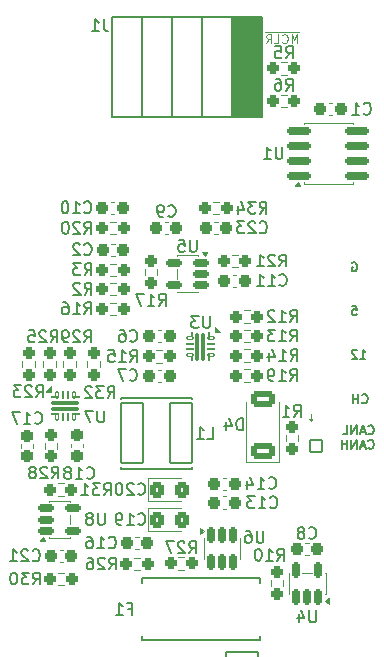
<source format=gbo>
G04 #@! TF.GenerationSoftware,KiCad,Pcbnew,9.0.7*
G04 #@! TF.CreationDate,2026-01-28T01:05:42-05:00*
G04 #@! TF.ProjectId,rocket_power_board,726f636b-6574-45f7-906f-7765725f626f,rev?*
G04 #@! TF.SameCoordinates,Original*
G04 #@! TF.FileFunction,Legend,Bot*
G04 #@! TF.FilePolarity,Positive*
%FSLAX46Y46*%
G04 Gerber Fmt 4.6, Leading zero omitted, Abs format (unit mm)*
G04 Created by KiCad (PCBNEW 9.0.7) date 2026-01-28 01:05:42*
%MOMM*%
%LPD*%
G01*
G04 APERTURE LIST*
G04 Aperture macros list*
%AMRoundRect*
0 Rectangle with rounded corners*
0 $1 Rounding radius*
0 $2 $3 $4 $5 $6 $7 $8 $9 X,Y pos of 4 corners*
0 Add a 4 corners polygon primitive as box body*
4,1,4,$2,$3,$4,$5,$6,$7,$8,$9,$2,$3,0*
0 Add four circle primitives for the rounded corners*
1,1,$1+$1,$2,$3*
1,1,$1+$1,$4,$5*
1,1,$1+$1,$6,$7*
1,1,$1+$1,$8,$9*
0 Add four rect primitives between the rounded corners*
20,1,$1+$1,$2,$3,$4,$5,0*
20,1,$1+$1,$4,$5,$6,$7,0*
20,1,$1+$1,$6,$7,$8,$9,0*
20,1,$1+$1,$8,$9,$2,$3,0*%
G04 Aperture macros list end*
%ADD10C,0.100000*%
%ADD11C,0.152400*%
%ADD12C,0.150000*%
%ADD13C,0.120000*%
%ADD14C,0.127000*%
%ADD15RoundRect,0.102000X1.371600X1.371600X-1.371600X1.371600X-1.371600X-1.371600X1.371600X-1.371600X0*%
%ADD16C,2.947200*%
%ADD17C,0.800000*%
%ADD18C,6.400000*%
%ADD19C,2.550000*%
%ADD20RoundRect,0.102000X0.500000X-0.500000X0.500000X0.500000X-0.500000X0.500000X-0.500000X-0.500000X0*%
%ADD21C,1.204000*%
%ADD22C,2.379000*%
%ADD23RoundRect,0.237500X0.237500X-0.250000X0.237500X0.250000X-0.237500X0.250000X-0.237500X-0.250000X0*%
%ADD24RoundRect,0.150000X-0.512500X-0.150000X0.512500X-0.150000X0.512500X0.150000X-0.512500X0.150000X0*%
%ADD25RoundRect,0.237500X-0.237500X0.250000X-0.237500X-0.250000X0.237500X-0.250000X0.237500X0.250000X0*%
%ADD26RoundRect,0.237500X-0.250000X-0.237500X0.250000X-0.237500X0.250000X0.237500X-0.250000X0.237500X0*%
%ADD27RoundRect,0.150000X0.512500X0.150000X-0.512500X0.150000X-0.512500X-0.150000X0.512500X-0.150000X0*%
%ADD28RoundRect,0.237500X0.250000X0.237500X-0.250000X0.237500X-0.250000X-0.237500X0.250000X-0.237500X0*%
%ADD29RoundRect,0.150000X0.150000X-0.512500X0.150000X0.512500X-0.150000X0.512500X-0.150000X-0.512500X0*%
%ADD30RoundRect,0.050000X-0.100000X0.250000X-0.100000X-0.250000X0.100000X-0.250000X0.100000X0.250000X0*%
%ADD31RoundRect,0.050000X0.275000X-0.075000X0.275000X0.075000X-0.275000X0.075000X-0.275000X-0.075000X0*%
%ADD32RoundRect,0.050000X-0.075000X0.250000X-0.075000X-0.250000X0.075000X-0.250000X0.075000X0.250000X0*%
%ADD33RoundRect,0.075000X-1.125000X0.075000X-1.125000X-0.075000X1.125000X-0.075000X1.125000X0.075000X0*%
%ADD34RoundRect,0.050000X0.100000X-0.250000X0.100000X0.250000X-0.100000X0.250000X-0.100000X-0.250000X0*%
%ADD35RoundRect,0.050000X0.075000X-0.250000X0.075000X0.250000X-0.075000X0.250000X-0.075000X-0.250000X0*%
%ADD36RoundRect,0.237500X0.300000X0.237500X-0.300000X0.237500X-0.300000X-0.237500X0.300000X-0.237500X0*%
%ADD37RoundRect,0.250000X-0.325000X-0.450000X0.325000X-0.450000X0.325000X0.450000X-0.325000X0.450000X0*%
%ADD38RoundRect,0.237500X-0.300000X-0.237500X0.300000X-0.237500X0.300000X0.237500X-0.300000X0.237500X0*%
%ADD39RoundRect,0.150000X-0.825000X-0.150000X0.825000X-0.150000X0.825000X0.150000X-0.825000X0.150000X0*%
%ADD40RoundRect,0.237500X-0.237500X0.300000X-0.237500X-0.300000X0.237500X-0.300000X0.237500X0.300000X0*%
%ADD41RoundRect,0.050000X0.250000X0.100000X-0.250000X0.100000X-0.250000X-0.100000X0.250000X-0.100000X0*%
%ADD42RoundRect,0.050000X-0.075000X-0.275000X0.075000X-0.275000X0.075000X0.275000X-0.075000X0.275000X0*%
%ADD43RoundRect,0.050000X0.250000X0.075000X-0.250000X0.075000X-0.250000X-0.075000X0.250000X-0.075000X0*%
%ADD44RoundRect,0.075000X0.075000X1.125000X-0.075000X1.125000X-0.075000X-1.125000X0.075000X-1.125000X0*%
%ADD45RoundRect,0.050000X-0.250000X-0.100000X0.250000X-0.100000X0.250000X0.100000X-0.250000X0.100000X0*%
%ADD46RoundRect,0.050000X-0.250000X-0.075000X0.250000X-0.075000X0.250000X0.075000X-0.250000X0.075000X0*%
%ADD47R,1.000000X2.000000*%
%ADD48RoundRect,0.250000X0.800000X-0.450000X0.800000X0.450000X-0.800000X0.450000X-0.800000X-0.450000X0*%
%ADD49R,4.241800X3.810000*%
%ADD50RoundRect,0.102000X0.950000X2.550000X-0.950000X2.550000X-0.950000X-2.550000X0.950000X-2.550000X0*%
%ADD51RoundRect,0.150000X-0.150000X0.512500X-0.150000X-0.512500X0.150000X-0.512500X0.150000X0.512500X0*%
G04 APERTURE END LIST*
D10*
X225856800Y-81127600D02*
X225552000Y-81127600D01*
X225704400Y-80695800D02*
X225704400Y-81280000D01*
X225704400Y-81280000D02*
X225552000Y-81127600D01*
X225704400Y-81280000D02*
X225856800Y-81127600D01*
D11*
X229222291Y-67856276D02*
X229294863Y-67819990D01*
X229294863Y-67819990D02*
X229403720Y-67819990D01*
X229403720Y-67819990D02*
X229512577Y-67856276D01*
X229512577Y-67856276D02*
X229585148Y-67928847D01*
X229585148Y-67928847D02*
X229621434Y-68001419D01*
X229621434Y-68001419D02*
X229657720Y-68146562D01*
X229657720Y-68146562D02*
X229657720Y-68255419D01*
X229657720Y-68255419D02*
X229621434Y-68400562D01*
X229621434Y-68400562D02*
X229585148Y-68473133D01*
X229585148Y-68473133D02*
X229512577Y-68545705D01*
X229512577Y-68545705D02*
X229403720Y-68581990D01*
X229403720Y-68581990D02*
X229331148Y-68581990D01*
X229331148Y-68581990D02*
X229222291Y-68545705D01*
X229222291Y-68545705D02*
X229186005Y-68509419D01*
X229186005Y-68509419D02*
X229186005Y-68255419D01*
X229186005Y-68255419D02*
X229331148Y-68255419D01*
X229911719Y-75973390D02*
X230347148Y-75973390D01*
X230129433Y-75973390D02*
X230129433Y-75211390D01*
X230129433Y-75211390D02*
X230202005Y-75320247D01*
X230202005Y-75320247D02*
X230274576Y-75392819D01*
X230274576Y-75392819D02*
X230347148Y-75429105D01*
X229621434Y-75283962D02*
X229585148Y-75247676D01*
X229585148Y-75247676D02*
X229512577Y-75211390D01*
X229512577Y-75211390D02*
X229331148Y-75211390D01*
X229331148Y-75211390D02*
X229258577Y-75247676D01*
X229258577Y-75247676D02*
X229222291Y-75283962D01*
X229222291Y-75283962D02*
X229186005Y-75356533D01*
X229186005Y-75356533D02*
X229186005Y-75429105D01*
X229186005Y-75429105D02*
X229222291Y-75537962D01*
X229222291Y-75537962D02*
X229657719Y-75973390D01*
X229657719Y-75973390D02*
X229186005Y-75973390D01*
D10*
X224596439Y-49255214D02*
X224596439Y-48505214D01*
X224596439Y-48505214D02*
X224346439Y-49040928D01*
X224346439Y-49040928D02*
X224096439Y-48505214D01*
X224096439Y-48505214D02*
X224096439Y-49255214D01*
X223310725Y-49183785D02*
X223346439Y-49219500D01*
X223346439Y-49219500D02*
X223453582Y-49255214D01*
X223453582Y-49255214D02*
X223525010Y-49255214D01*
X223525010Y-49255214D02*
X223632153Y-49219500D01*
X223632153Y-49219500D02*
X223703582Y-49148071D01*
X223703582Y-49148071D02*
X223739296Y-49076642D01*
X223739296Y-49076642D02*
X223775010Y-48933785D01*
X223775010Y-48933785D02*
X223775010Y-48826642D01*
X223775010Y-48826642D02*
X223739296Y-48683785D01*
X223739296Y-48683785D02*
X223703582Y-48612357D01*
X223703582Y-48612357D02*
X223632153Y-48540928D01*
X223632153Y-48540928D02*
X223525010Y-48505214D01*
X223525010Y-48505214D02*
X223453582Y-48505214D01*
X223453582Y-48505214D02*
X223346439Y-48540928D01*
X223346439Y-48540928D02*
X223310725Y-48576642D01*
X222632153Y-49255214D02*
X222989296Y-49255214D01*
X222989296Y-49255214D02*
X222989296Y-48505214D01*
X221953582Y-49255214D02*
X222203582Y-48898071D01*
X222382153Y-49255214D02*
X222382153Y-48505214D01*
X222382153Y-48505214D02*
X222096439Y-48505214D01*
X222096439Y-48505214D02*
X222025010Y-48540928D01*
X222025010Y-48540928D02*
X221989296Y-48576642D01*
X221989296Y-48576642D02*
X221953582Y-48648071D01*
X221953582Y-48648071D02*
X221953582Y-48755214D01*
X221953582Y-48755214D02*
X221989296Y-48826642D01*
X221989296Y-48826642D02*
X222025010Y-48862357D01*
X222025010Y-48862357D02*
X222096439Y-48898071D01*
X222096439Y-48898071D02*
X222382153Y-48898071D01*
X224700011Y-48297000D02*
X221885725Y-48297000D01*
D11*
X230585679Y-82323231D02*
X230621965Y-82359517D01*
X230621965Y-82359517D02*
X230730822Y-82395802D01*
X230730822Y-82395802D02*
X230803394Y-82395802D01*
X230803394Y-82395802D02*
X230912251Y-82359517D01*
X230912251Y-82359517D02*
X230984822Y-82286945D01*
X230984822Y-82286945D02*
X231021108Y-82214374D01*
X231021108Y-82214374D02*
X231057394Y-82069231D01*
X231057394Y-82069231D02*
X231057394Y-81960374D01*
X231057394Y-81960374D02*
X231021108Y-81815231D01*
X231021108Y-81815231D02*
X230984822Y-81742659D01*
X230984822Y-81742659D02*
X230912251Y-81670088D01*
X230912251Y-81670088D02*
X230803394Y-81633802D01*
X230803394Y-81633802D02*
X230730822Y-81633802D01*
X230730822Y-81633802D02*
X230621965Y-81670088D01*
X230621965Y-81670088D02*
X230585679Y-81706374D01*
X230295394Y-82178088D02*
X229932537Y-82178088D01*
X230367965Y-82395802D02*
X230113965Y-81633802D01*
X230113965Y-81633802D02*
X229859965Y-82395802D01*
X229605965Y-82395802D02*
X229605965Y-81633802D01*
X229605965Y-81633802D02*
X229170536Y-82395802D01*
X229170536Y-82395802D02*
X229170536Y-81633802D01*
X228444822Y-82395802D02*
X228807679Y-82395802D01*
X228807679Y-82395802D02*
X228807679Y-81633802D01*
X230585679Y-83550008D02*
X230621965Y-83586294D01*
X230621965Y-83586294D02*
X230730822Y-83622579D01*
X230730822Y-83622579D02*
X230803394Y-83622579D01*
X230803394Y-83622579D02*
X230912251Y-83586294D01*
X230912251Y-83586294D02*
X230984822Y-83513722D01*
X230984822Y-83513722D02*
X231021108Y-83441151D01*
X231021108Y-83441151D02*
X231057394Y-83296008D01*
X231057394Y-83296008D02*
X231057394Y-83187151D01*
X231057394Y-83187151D02*
X231021108Y-83042008D01*
X231021108Y-83042008D02*
X230984822Y-82969436D01*
X230984822Y-82969436D02*
X230912251Y-82896865D01*
X230912251Y-82896865D02*
X230803394Y-82860579D01*
X230803394Y-82860579D02*
X230730822Y-82860579D01*
X230730822Y-82860579D02*
X230621965Y-82896865D01*
X230621965Y-82896865D02*
X230585679Y-82933151D01*
X230295394Y-83404865D02*
X229932537Y-83404865D01*
X230367965Y-83622579D02*
X230113965Y-82860579D01*
X230113965Y-82860579D02*
X229859965Y-83622579D01*
X229605965Y-83622579D02*
X229605965Y-82860579D01*
X229605965Y-82860579D02*
X229170536Y-83622579D01*
X229170536Y-83622579D02*
X229170536Y-82860579D01*
X228807679Y-83622579D02*
X228807679Y-82860579D01*
X228807679Y-83223436D02*
X228372250Y-83223436D01*
X228372250Y-83622579D02*
X228372250Y-82860579D01*
X229222291Y-71502990D02*
X229585148Y-71502990D01*
X229585148Y-71502990D02*
X229621434Y-71865847D01*
X229621434Y-71865847D02*
X229585148Y-71829562D01*
X229585148Y-71829562D02*
X229512577Y-71793276D01*
X229512577Y-71793276D02*
X229331148Y-71793276D01*
X229331148Y-71793276D02*
X229258577Y-71829562D01*
X229258577Y-71829562D02*
X229222291Y-71865847D01*
X229222291Y-71865847D02*
X229186005Y-71938419D01*
X229186005Y-71938419D02*
X229186005Y-72119847D01*
X229186005Y-72119847D02*
X229222291Y-72192419D01*
X229222291Y-72192419D02*
X229258577Y-72228705D01*
X229258577Y-72228705D02*
X229331148Y-72264990D01*
X229331148Y-72264990D02*
X229512577Y-72264990D01*
X229512577Y-72264990D02*
X229585148Y-72228705D01*
X229585148Y-72228705D02*
X229621434Y-72192419D01*
X230060491Y-79685419D02*
X230096777Y-79721705D01*
X230096777Y-79721705D02*
X230205634Y-79757990D01*
X230205634Y-79757990D02*
X230278206Y-79757990D01*
X230278206Y-79757990D02*
X230387063Y-79721705D01*
X230387063Y-79721705D02*
X230459634Y-79649133D01*
X230459634Y-79649133D02*
X230495920Y-79576562D01*
X230495920Y-79576562D02*
X230532206Y-79431419D01*
X230532206Y-79431419D02*
X230532206Y-79322562D01*
X230532206Y-79322562D02*
X230495920Y-79177419D01*
X230495920Y-79177419D02*
X230459634Y-79104847D01*
X230459634Y-79104847D02*
X230387063Y-79032276D01*
X230387063Y-79032276D02*
X230278206Y-78995990D01*
X230278206Y-78995990D02*
X230205634Y-78995990D01*
X230205634Y-78995990D02*
X230096777Y-79032276D01*
X230096777Y-79032276D02*
X230060491Y-79068562D01*
X229733920Y-79757990D02*
X229733920Y-78995990D01*
X229733920Y-79358847D02*
X229298491Y-79358847D01*
X229298491Y-79757990D02*
X229298491Y-78995990D01*
D12*
X224296266Y-80896619D02*
X224629599Y-80420428D01*
X224867694Y-80896619D02*
X224867694Y-79896619D01*
X224867694Y-79896619D02*
X224486742Y-79896619D01*
X224486742Y-79896619D02*
X224391504Y-79944238D01*
X224391504Y-79944238D02*
X224343885Y-79991857D01*
X224343885Y-79991857D02*
X224296266Y-80087095D01*
X224296266Y-80087095D02*
X224296266Y-80229952D01*
X224296266Y-80229952D02*
X224343885Y-80325190D01*
X224343885Y-80325190D02*
X224391504Y-80372809D01*
X224391504Y-80372809D02*
X224486742Y-80420428D01*
X224486742Y-80420428D02*
X224867694Y-80420428D01*
X223343885Y-80896619D02*
X223915313Y-80896619D01*
X223629599Y-80896619D02*
X223629599Y-79896619D01*
X223629599Y-79896619D02*
X223724837Y-80039476D01*
X223724837Y-80039476D02*
X223820075Y-80134714D01*
X223820075Y-80134714D02*
X223915313Y-80182333D01*
X202471257Y-79245619D02*
X202804590Y-78769428D01*
X203042685Y-79245619D02*
X203042685Y-78245619D01*
X203042685Y-78245619D02*
X202661733Y-78245619D01*
X202661733Y-78245619D02*
X202566495Y-78293238D01*
X202566495Y-78293238D02*
X202518876Y-78340857D01*
X202518876Y-78340857D02*
X202471257Y-78436095D01*
X202471257Y-78436095D02*
X202471257Y-78578952D01*
X202471257Y-78578952D02*
X202518876Y-78674190D01*
X202518876Y-78674190D02*
X202566495Y-78721809D01*
X202566495Y-78721809D02*
X202661733Y-78769428D01*
X202661733Y-78769428D02*
X203042685Y-78769428D01*
X202090304Y-78340857D02*
X202042685Y-78293238D01*
X202042685Y-78293238D02*
X201947447Y-78245619D01*
X201947447Y-78245619D02*
X201709352Y-78245619D01*
X201709352Y-78245619D02*
X201614114Y-78293238D01*
X201614114Y-78293238D02*
X201566495Y-78340857D01*
X201566495Y-78340857D02*
X201518876Y-78436095D01*
X201518876Y-78436095D02*
X201518876Y-78531333D01*
X201518876Y-78531333D02*
X201566495Y-78674190D01*
X201566495Y-78674190D02*
X202137923Y-79245619D01*
X202137923Y-79245619D02*
X201518876Y-79245619D01*
X201185542Y-78245619D02*
X200566495Y-78245619D01*
X200566495Y-78245619D02*
X200899828Y-78626571D01*
X200899828Y-78626571D02*
X200756971Y-78626571D01*
X200756971Y-78626571D02*
X200661733Y-78674190D01*
X200661733Y-78674190D02*
X200614114Y-78721809D01*
X200614114Y-78721809D02*
X200566495Y-78817047D01*
X200566495Y-78817047D02*
X200566495Y-79055142D01*
X200566495Y-79055142D02*
X200614114Y-79150380D01*
X200614114Y-79150380D02*
X200661733Y-79198000D01*
X200661733Y-79198000D02*
X200756971Y-79245619D01*
X200756971Y-79245619D02*
X201042685Y-79245619D01*
X201042685Y-79245619D02*
X201137923Y-79198000D01*
X201137923Y-79198000D02*
X201185542Y-79150380D01*
X208279904Y-89066019D02*
X208279904Y-89875542D01*
X208279904Y-89875542D02*
X208232285Y-89970780D01*
X208232285Y-89970780D02*
X208184666Y-90018400D01*
X208184666Y-90018400D02*
X208089428Y-90066019D01*
X208089428Y-90066019D02*
X207898952Y-90066019D01*
X207898952Y-90066019D02*
X207803714Y-90018400D01*
X207803714Y-90018400D02*
X207756095Y-89970780D01*
X207756095Y-89970780D02*
X207708476Y-89875542D01*
X207708476Y-89875542D02*
X207708476Y-89066019D01*
X207089428Y-89494590D02*
X207184666Y-89446971D01*
X207184666Y-89446971D02*
X207232285Y-89399352D01*
X207232285Y-89399352D02*
X207279904Y-89304114D01*
X207279904Y-89304114D02*
X207279904Y-89256495D01*
X207279904Y-89256495D02*
X207232285Y-89161257D01*
X207232285Y-89161257D02*
X207184666Y-89113638D01*
X207184666Y-89113638D02*
X207089428Y-89066019D01*
X207089428Y-89066019D02*
X206898952Y-89066019D01*
X206898952Y-89066019D02*
X206803714Y-89113638D01*
X206803714Y-89113638D02*
X206756095Y-89161257D01*
X206756095Y-89161257D02*
X206708476Y-89256495D01*
X206708476Y-89256495D02*
X206708476Y-89304114D01*
X206708476Y-89304114D02*
X206756095Y-89399352D01*
X206756095Y-89399352D02*
X206803714Y-89446971D01*
X206803714Y-89446971D02*
X206898952Y-89494590D01*
X206898952Y-89494590D02*
X207089428Y-89494590D01*
X207089428Y-89494590D02*
X207184666Y-89542209D01*
X207184666Y-89542209D02*
X207232285Y-89589828D01*
X207232285Y-89589828D02*
X207279904Y-89685066D01*
X207279904Y-89685066D02*
X207279904Y-89875542D01*
X207279904Y-89875542D02*
X207232285Y-89970780D01*
X207232285Y-89970780D02*
X207184666Y-90018400D01*
X207184666Y-90018400D02*
X207089428Y-90066019D01*
X207089428Y-90066019D02*
X206898952Y-90066019D01*
X206898952Y-90066019D02*
X206803714Y-90018400D01*
X206803714Y-90018400D02*
X206756095Y-89970780D01*
X206756095Y-89970780D02*
X206708476Y-89875542D01*
X206708476Y-89875542D02*
X206708476Y-89685066D01*
X206708476Y-89685066D02*
X206756095Y-89589828D01*
X206756095Y-89589828D02*
X206803714Y-89542209D01*
X206803714Y-89542209D02*
X206898952Y-89494590D01*
X206560657Y-74597419D02*
X206893990Y-74121228D01*
X207132085Y-74597419D02*
X207132085Y-73597419D01*
X207132085Y-73597419D02*
X206751133Y-73597419D01*
X206751133Y-73597419D02*
X206655895Y-73645038D01*
X206655895Y-73645038D02*
X206608276Y-73692657D01*
X206608276Y-73692657D02*
X206560657Y-73787895D01*
X206560657Y-73787895D02*
X206560657Y-73930752D01*
X206560657Y-73930752D02*
X206608276Y-74025990D01*
X206608276Y-74025990D02*
X206655895Y-74073609D01*
X206655895Y-74073609D02*
X206751133Y-74121228D01*
X206751133Y-74121228D02*
X207132085Y-74121228D01*
X206179704Y-73692657D02*
X206132085Y-73645038D01*
X206132085Y-73645038D02*
X206036847Y-73597419D01*
X206036847Y-73597419D02*
X205798752Y-73597419D01*
X205798752Y-73597419D02*
X205703514Y-73645038D01*
X205703514Y-73645038D02*
X205655895Y-73692657D01*
X205655895Y-73692657D02*
X205608276Y-73787895D01*
X205608276Y-73787895D02*
X205608276Y-73883133D01*
X205608276Y-73883133D02*
X205655895Y-74025990D01*
X205655895Y-74025990D02*
X206227323Y-74597419D01*
X206227323Y-74597419D02*
X205608276Y-74597419D01*
X205132085Y-74597419D02*
X204941609Y-74597419D01*
X204941609Y-74597419D02*
X204846371Y-74549800D01*
X204846371Y-74549800D02*
X204798752Y-74502180D01*
X204798752Y-74502180D02*
X204703514Y-74359323D01*
X204703514Y-74359323D02*
X204655895Y-74168847D01*
X204655895Y-74168847D02*
X204655895Y-73787895D01*
X204655895Y-73787895D02*
X204703514Y-73692657D01*
X204703514Y-73692657D02*
X204751133Y-73645038D01*
X204751133Y-73645038D02*
X204846371Y-73597419D01*
X204846371Y-73597419D02*
X205036847Y-73597419D01*
X205036847Y-73597419D02*
X205132085Y-73645038D01*
X205132085Y-73645038D02*
X205179704Y-73692657D01*
X205179704Y-73692657D02*
X205227323Y-73787895D01*
X205227323Y-73787895D02*
X205227323Y-74025990D01*
X205227323Y-74025990D02*
X205179704Y-74121228D01*
X205179704Y-74121228D02*
X205132085Y-74168847D01*
X205132085Y-74168847D02*
X205036847Y-74216466D01*
X205036847Y-74216466D02*
X204846371Y-74216466D01*
X204846371Y-74216466D02*
X204751133Y-74168847D01*
X204751133Y-74168847D02*
X204703514Y-74121228D01*
X204703514Y-74121228D02*
X204655895Y-74025990D01*
X223985057Y-72870219D02*
X224318390Y-72394028D01*
X224556485Y-72870219D02*
X224556485Y-71870219D01*
X224556485Y-71870219D02*
X224175533Y-71870219D01*
X224175533Y-71870219D02*
X224080295Y-71917838D01*
X224080295Y-71917838D02*
X224032676Y-71965457D01*
X224032676Y-71965457D02*
X223985057Y-72060695D01*
X223985057Y-72060695D02*
X223985057Y-72203552D01*
X223985057Y-72203552D02*
X224032676Y-72298790D01*
X224032676Y-72298790D02*
X224080295Y-72346409D01*
X224080295Y-72346409D02*
X224175533Y-72394028D01*
X224175533Y-72394028D02*
X224556485Y-72394028D01*
X223032676Y-72870219D02*
X223604104Y-72870219D01*
X223318390Y-72870219D02*
X223318390Y-71870219D01*
X223318390Y-71870219D02*
X223413628Y-72013076D01*
X223413628Y-72013076D02*
X223508866Y-72108314D01*
X223508866Y-72108314D02*
X223604104Y-72155933D01*
X222651723Y-71965457D02*
X222604104Y-71917838D01*
X222604104Y-71917838D02*
X222508866Y-71870219D01*
X222508866Y-71870219D02*
X222270771Y-71870219D01*
X222270771Y-71870219D02*
X222175533Y-71917838D01*
X222175533Y-71917838D02*
X222127914Y-71965457D01*
X222127914Y-71965457D02*
X222080295Y-72060695D01*
X222080295Y-72060695D02*
X222080295Y-72155933D01*
X222080295Y-72155933D02*
X222127914Y-72298790D01*
X222127914Y-72298790D02*
X222699342Y-72870219D01*
X222699342Y-72870219D02*
X222080295Y-72870219D01*
X216052304Y-65926619D02*
X216052304Y-66736142D01*
X216052304Y-66736142D02*
X216004685Y-66831380D01*
X216004685Y-66831380D02*
X215957066Y-66879000D01*
X215957066Y-66879000D02*
X215861828Y-66926619D01*
X215861828Y-66926619D02*
X215671352Y-66926619D01*
X215671352Y-66926619D02*
X215576114Y-66879000D01*
X215576114Y-66879000D02*
X215528495Y-66831380D01*
X215528495Y-66831380D02*
X215480876Y-66736142D01*
X215480876Y-66736142D02*
X215480876Y-65926619D01*
X214528495Y-65926619D02*
X215004685Y-65926619D01*
X215004685Y-65926619D02*
X215052304Y-66402809D01*
X215052304Y-66402809D02*
X215004685Y-66355190D01*
X215004685Y-66355190D02*
X214909447Y-66307571D01*
X214909447Y-66307571D02*
X214671352Y-66307571D01*
X214671352Y-66307571D02*
X214576114Y-66355190D01*
X214576114Y-66355190D02*
X214528495Y-66402809D01*
X214528495Y-66402809D02*
X214480876Y-66498047D01*
X214480876Y-66498047D02*
X214480876Y-66736142D01*
X214480876Y-66736142D02*
X214528495Y-66831380D01*
X214528495Y-66831380D02*
X214576114Y-66879000D01*
X214576114Y-66879000D02*
X214671352Y-66926619D01*
X214671352Y-66926619D02*
X214909447Y-66926619D01*
X214909447Y-66926619D02*
X215004685Y-66879000D01*
X215004685Y-66879000D02*
X215052304Y-66831380D01*
X206560657Y-72209819D02*
X206893990Y-71733628D01*
X207132085Y-72209819D02*
X207132085Y-71209819D01*
X207132085Y-71209819D02*
X206751133Y-71209819D01*
X206751133Y-71209819D02*
X206655895Y-71257438D01*
X206655895Y-71257438D02*
X206608276Y-71305057D01*
X206608276Y-71305057D02*
X206560657Y-71400295D01*
X206560657Y-71400295D02*
X206560657Y-71543152D01*
X206560657Y-71543152D02*
X206608276Y-71638390D01*
X206608276Y-71638390D02*
X206655895Y-71686009D01*
X206655895Y-71686009D02*
X206751133Y-71733628D01*
X206751133Y-71733628D02*
X207132085Y-71733628D01*
X205608276Y-72209819D02*
X206179704Y-72209819D01*
X205893990Y-72209819D02*
X205893990Y-71209819D01*
X205893990Y-71209819D02*
X205989228Y-71352676D01*
X205989228Y-71352676D02*
X206084466Y-71447914D01*
X206084466Y-71447914D02*
X206179704Y-71495533D01*
X204751133Y-71209819D02*
X204941609Y-71209819D01*
X204941609Y-71209819D02*
X205036847Y-71257438D01*
X205036847Y-71257438D02*
X205084466Y-71305057D01*
X205084466Y-71305057D02*
X205179704Y-71447914D01*
X205179704Y-71447914D02*
X205227323Y-71638390D01*
X205227323Y-71638390D02*
X205227323Y-72019342D01*
X205227323Y-72019342D02*
X205179704Y-72114580D01*
X205179704Y-72114580D02*
X205132085Y-72162200D01*
X205132085Y-72162200D02*
X205036847Y-72209819D01*
X205036847Y-72209819D02*
X204846371Y-72209819D01*
X204846371Y-72209819D02*
X204751133Y-72162200D01*
X204751133Y-72162200D02*
X204703514Y-72114580D01*
X204703514Y-72114580D02*
X204655895Y-72019342D01*
X204655895Y-72019342D02*
X204655895Y-71781247D01*
X204655895Y-71781247D02*
X204703514Y-71686009D01*
X204703514Y-71686009D02*
X204751133Y-71638390D01*
X204751133Y-71638390D02*
X204846371Y-71590771D01*
X204846371Y-71590771D02*
X205036847Y-71590771D01*
X205036847Y-71590771D02*
X205132085Y-71638390D01*
X205132085Y-71638390D02*
X205179704Y-71686009D01*
X205179704Y-71686009D02*
X205227323Y-71781247D01*
X212859857Y-71498619D02*
X213193190Y-71022428D01*
X213431285Y-71498619D02*
X213431285Y-70498619D01*
X213431285Y-70498619D02*
X213050333Y-70498619D01*
X213050333Y-70498619D02*
X212955095Y-70546238D01*
X212955095Y-70546238D02*
X212907476Y-70593857D01*
X212907476Y-70593857D02*
X212859857Y-70689095D01*
X212859857Y-70689095D02*
X212859857Y-70831952D01*
X212859857Y-70831952D02*
X212907476Y-70927190D01*
X212907476Y-70927190D02*
X212955095Y-70974809D01*
X212955095Y-70974809D02*
X213050333Y-71022428D01*
X213050333Y-71022428D02*
X213431285Y-71022428D01*
X211907476Y-71498619D02*
X212478904Y-71498619D01*
X212193190Y-71498619D02*
X212193190Y-70498619D01*
X212193190Y-70498619D02*
X212288428Y-70641476D01*
X212288428Y-70641476D02*
X212383666Y-70736714D01*
X212383666Y-70736714D02*
X212478904Y-70784333D01*
X211574142Y-70498619D02*
X210907476Y-70498619D01*
X210907476Y-70498619D02*
X211336047Y-71498619D01*
X223610466Y-50543619D02*
X223943799Y-50067428D01*
X224181894Y-50543619D02*
X224181894Y-49543619D01*
X224181894Y-49543619D02*
X223800942Y-49543619D01*
X223800942Y-49543619D02*
X223705704Y-49591238D01*
X223705704Y-49591238D02*
X223658085Y-49638857D01*
X223658085Y-49638857D02*
X223610466Y-49734095D01*
X223610466Y-49734095D02*
X223610466Y-49876952D01*
X223610466Y-49876952D02*
X223658085Y-49972190D01*
X223658085Y-49972190D02*
X223705704Y-50019809D01*
X223705704Y-50019809D02*
X223800942Y-50067428D01*
X223800942Y-50067428D02*
X224181894Y-50067428D01*
X222705704Y-49543619D02*
X223181894Y-49543619D01*
X223181894Y-49543619D02*
X223229513Y-50019809D01*
X223229513Y-50019809D02*
X223181894Y-49972190D01*
X223181894Y-49972190D02*
X223086656Y-49924571D01*
X223086656Y-49924571D02*
X222848561Y-49924571D01*
X222848561Y-49924571D02*
X222753323Y-49972190D01*
X222753323Y-49972190D02*
X222705704Y-50019809D01*
X222705704Y-50019809D02*
X222658085Y-50115047D01*
X222658085Y-50115047D02*
X222658085Y-50353142D01*
X222658085Y-50353142D02*
X222705704Y-50448380D01*
X222705704Y-50448380D02*
X222753323Y-50496000D01*
X222753323Y-50496000D02*
X222848561Y-50543619D01*
X222848561Y-50543619D02*
X223086656Y-50543619D01*
X223086656Y-50543619D02*
X223181894Y-50496000D01*
X223181894Y-50496000D02*
X223229513Y-50448380D01*
X226174404Y-97292319D02*
X226174404Y-98101842D01*
X226174404Y-98101842D02*
X226126785Y-98197080D01*
X226126785Y-98197080D02*
X226079166Y-98244700D01*
X226079166Y-98244700D02*
X225983928Y-98292319D01*
X225983928Y-98292319D02*
X225793452Y-98292319D01*
X225793452Y-98292319D02*
X225698214Y-98244700D01*
X225698214Y-98244700D02*
X225650595Y-98197080D01*
X225650595Y-98197080D02*
X225602976Y-98101842D01*
X225602976Y-98101842D02*
X225602976Y-97292319D01*
X224698214Y-97625652D02*
X224698214Y-98292319D01*
X224936309Y-97244700D02*
X225174404Y-97958985D01*
X225174404Y-97958985D02*
X224555357Y-97958985D01*
X208229104Y-80379219D02*
X208229104Y-81188742D01*
X208229104Y-81188742D02*
X208181485Y-81283980D01*
X208181485Y-81283980D02*
X208133866Y-81331600D01*
X208133866Y-81331600D02*
X208038628Y-81379219D01*
X208038628Y-81379219D02*
X207848152Y-81379219D01*
X207848152Y-81379219D02*
X207752914Y-81331600D01*
X207752914Y-81331600D02*
X207705295Y-81283980D01*
X207705295Y-81283980D02*
X207657676Y-81188742D01*
X207657676Y-81188742D02*
X207657676Y-80379219D01*
X207276723Y-80379219D02*
X206610057Y-80379219D01*
X206610057Y-80379219D02*
X207038628Y-81379219D01*
X206541666Y-67136180D02*
X206589285Y-67183800D01*
X206589285Y-67183800D02*
X206732142Y-67231419D01*
X206732142Y-67231419D02*
X206827380Y-67231419D01*
X206827380Y-67231419D02*
X206970237Y-67183800D01*
X206970237Y-67183800D02*
X207065475Y-67088561D01*
X207065475Y-67088561D02*
X207113094Y-66993323D01*
X207113094Y-66993323D02*
X207160713Y-66802847D01*
X207160713Y-66802847D02*
X207160713Y-66659990D01*
X207160713Y-66659990D02*
X207113094Y-66469514D01*
X207113094Y-66469514D02*
X207065475Y-66374276D01*
X207065475Y-66374276D02*
X206970237Y-66279038D01*
X206970237Y-66279038D02*
X206827380Y-66231419D01*
X206827380Y-66231419D02*
X206732142Y-66231419D01*
X206732142Y-66231419D02*
X206589285Y-66279038D01*
X206589285Y-66279038D02*
X206541666Y-66326657D01*
X206160713Y-66326657D02*
X206113094Y-66279038D01*
X206113094Y-66279038D02*
X206017856Y-66231419D01*
X206017856Y-66231419D02*
X205779761Y-66231419D01*
X205779761Y-66231419D02*
X205684523Y-66279038D01*
X205684523Y-66279038D02*
X205636904Y-66326657D01*
X205636904Y-66326657D02*
X205589285Y-66421895D01*
X205589285Y-66421895D02*
X205589285Y-66517133D01*
X205589285Y-66517133D02*
X205636904Y-66659990D01*
X205636904Y-66659990D02*
X206208332Y-67231419D01*
X206208332Y-67231419D02*
X205589285Y-67231419D01*
X215412857Y-92454819D02*
X215746190Y-91978628D01*
X215984285Y-92454819D02*
X215984285Y-91454819D01*
X215984285Y-91454819D02*
X215603333Y-91454819D01*
X215603333Y-91454819D02*
X215508095Y-91502438D01*
X215508095Y-91502438D02*
X215460476Y-91550057D01*
X215460476Y-91550057D02*
X215412857Y-91645295D01*
X215412857Y-91645295D02*
X215412857Y-91788152D01*
X215412857Y-91788152D02*
X215460476Y-91883390D01*
X215460476Y-91883390D02*
X215508095Y-91931009D01*
X215508095Y-91931009D02*
X215603333Y-91978628D01*
X215603333Y-91978628D02*
X215984285Y-91978628D01*
X215031904Y-91550057D02*
X214984285Y-91502438D01*
X214984285Y-91502438D02*
X214889047Y-91454819D01*
X214889047Y-91454819D02*
X214650952Y-91454819D01*
X214650952Y-91454819D02*
X214555714Y-91502438D01*
X214555714Y-91502438D02*
X214508095Y-91550057D01*
X214508095Y-91550057D02*
X214460476Y-91645295D01*
X214460476Y-91645295D02*
X214460476Y-91740533D01*
X214460476Y-91740533D02*
X214508095Y-91883390D01*
X214508095Y-91883390D02*
X215079523Y-92454819D01*
X215079523Y-92454819D02*
X214460476Y-92454819D01*
X214127142Y-91454819D02*
X213460476Y-91454819D01*
X213460476Y-91454819D02*
X213889047Y-92454819D01*
X213653666Y-63877380D02*
X213701285Y-63925000D01*
X213701285Y-63925000D02*
X213844142Y-63972619D01*
X213844142Y-63972619D02*
X213939380Y-63972619D01*
X213939380Y-63972619D02*
X214082237Y-63925000D01*
X214082237Y-63925000D02*
X214177475Y-63829761D01*
X214177475Y-63829761D02*
X214225094Y-63734523D01*
X214225094Y-63734523D02*
X214272713Y-63544047D01*
X214272713Y-63544047D02*
X214272713Y-63401190D01*
X214272713Y-63401190D02*
X214225094Y-63210714D01*
X214225094Y-63210714D02*
X214177475Y-63115476D01*
X214177475Y-63115476D02*
X214082237Y-63020238D01*
X214082237Y-63020238D02*
X213939380Y-62972619D01*
X213939380Y-62972619D02*
X213844142Y-62972619D01*
X213844142Y-62972619D02*
X213701285Y-63020238D01*
X213701285Y-63020238D02*
X213653666Y-63067857D01*
X213177475Y-63972619D02*
X212986999Y-63972619D01*
X212986999Y-63972619D02*
X212891761Y-63925000D01*
X212891761Y-63925000D02*
X212844142Y-63877380D01*
X212844142Y-63877380D02*
X212748904Y-63734523D01*
X212748904Y-63734523D02*
X212701285Y-63544047D01*
X212701285Y-63544047D02*
X212701285Y-63163095D01*
X212701285Y-63163095D02*
X212748904Y-63067857D01*
X212748904Y-63067857D02*
X212796523Y-63020238D01*
X212796523Y-63020238D02*
X212891761Y-62972619D01*
X212891761Y-62972619D02*
X213082237Y-62972619D01*
X213082237Y-62972619D02*
X213177475Y-63020238D01*
X213177475Y-63020238D02*
X213225094Y-63067857D01*
X213225094Y-63067857D02*
X213272713Y-63163095D01*
X213272713Y-63163095D02*
X213272713Y-63401190D01*
X213272713Y-63401190D02*
X213225094Y-63496428D01*
X213225094Y-63496428D02*
X213177475Y-63544047D01*
X213177475Y-63544047D02*
X213082237Y-63591666D01*
X213082237Y-63591666D02*
X212891761Y-63591666D01*
X212891761Y-63591666D02*
X212796523Y-63544047D01*
X212796523Y-63544047D02*
X212748904Y-63496428D01*
X212748904Y-63496428D02*
X212701285Y-63401190D01*
X221394257Y-63700819D02*
X221727590Y-63224628D01*
X221965685Y-63700819D02*
X221965685Y-62700819D01*
X221965685Y-62700819D02*
X221584733Y-62700819D01*
X221584733Y-62700819D02*
X221489495Y-62748438D01*
X221489495Y-62748438D02*
X221441876Y-62796057D01*
X221441876Y-62796057D02*
X221394257Y-62891295D01*
X221394257Y-62891295D02*
X221394257Y-63034152D01*
X221394257Y-63034152D02*
X221441876Y-63129390D01*
X221441876Y-63129390D02*
X221489495Y-63177009D01*
X221489495Y-63177009D02*
X221584733Y-63224628D01*
X221584733Y-63224628D02*
X221965685Y-63224628D01*
X221060923Y-62700819D02*
X220441876Y-62700819D01*
X220441876Y-62700819D02*
X220775209Y-63081771D01*
X220775209Y-63081771D02*
X220632352Y-63081771D01*
X220632352Y-63081771D02*
X220537114Y-63129390D01*
X220537114Y-63129390D02*
X220489495Y-63177009D01*
X220489495Y-63177009D02*
X220441876Y-63272247D01*
X220441876Y-63272247D02*
X220441876Y-63510342D01*
X220441876Y-63510342D02*
X220489495Y-63605580D01*
X220489495Y-63605580D02*
X220537114Y-63653200D01*
X220537114Y-63653200D02*
X220632352Y-63700819D01*
X220632352Y-63700819D02*
X220918066Y-63700819D01*
X220918066Y-63700819D02*
X221013304Y-63653200D01*
X221013304Y-63653200D02*
X221060923Y-63605580D01*
X219584733Y-63034152D02*
X219584733Y-63700819D01*
X219822828Y-62653200D02*
X220060923Y-63367485D01*
X220060923Y-63367485D02*
X219441876Y-63367485D01*
X211106057Y-87430780D02*
X211153676Y-87478400D01*
X211153676Y-87478400D02*
X211296533Y-87526019D01*
X211296533Y-87526019D02*
X211391771Y-87526019D01*
X211391771Y-87526019D02*
X211534628Y-87478400D01*
X211534628Y-87478400D02*
X211629866Y-87383161D01*
X211629866Y-87383161D02*
X211677485Y-87287923D01*
X211677485Y-87287923D02*
X211725104Y-87097447D01*
X211725104Y-87097447D02*
X211725104Y-86954590D01*
X211725104Y-86954590D02*
X211677485Y-86764114D01*
X211677485Y-86764114D02*
X211629866Y-86668876D01*
X211629866Y-86668876D02*
X211534628Y-86573638D01*
X211534628Y-86573638D02*
X211391771Y-86526019D01*
X211391771Y-86526019D02*
X211296533Y-86526019D01*
X211296533Y-86526019D02*
X211153676Y-86573638D01*
X211153676Y-86573638D02*
X211106057Y-86621257D01*
X210725104Y-86621257D02*
X210677485Y-86573638D01*
X210677485Y-86573638D02*
X210582247Y-86526019D01*
X210582247Y-86526019D02*
X210344152Y-86526019D01*
X210344152Y-86526019D02*
X210248914Y-86573638D01*
X210248914Y-86573638D02*
X210201295Y-86621257D01*
X210201295Y-86621257D02*
X210153676Y-86716495D01*
X210153676Y-86716495D02*
X210153676Y-86811733D01*
X210153676Y-86811733D02*
X210201295Y-86954590D01*
X210201295Y-86954590D02*
X210772723Y-87526019D01*
X210772723Y-87526019D02*
X210153676Y-87526019D01*
X209534628Y-86526019D02*
X209439390Y-86526019D01*
X209439390Y-86526019D02*
X209344152Y-86573638D01*
X209344152Y-86573638D02*
X209296533Y-86621257D01*
X209296533Y-86621257D02*
X209248914Y-86716495D01*
X209248914Y-86716495D02*
X209201295Y-86906971D01*
X209201295Y-86906971D02*
X209201295Y-87145066D01*
X209201295Y-87145066D02*
X209248914Y-87335542D01*
X209248914Y-87335542D02*
X209296533Y-87430780D01*
X209296533Y-87430780D02*
X209344152Y-87478400D01*
X209344152Y-87478400D02*
X209439390Y-87526019D01*
X209439390Y-87526019D02*
X209534628Y-87526019D01*
X209534628Y-87526019D02*
X209629866Y-87478400D01*
X209629866Y-87478400D02*
X209677485Y-87430780D01*
X209677485Y-87430780D02*
X209725104Y-87335542D01*
X209725104Y-87335542D02*
X209772723Y-87145066D01*
X209772723Y-87145066D02*
X209772723Y-86906971D01*
X209772723Y-86906971D02*
X209725104Y-86716495D01*
X209725104Y-86716495D02*
X209677485Y-86621257D01*
X209677485Y-86621257D02*
X209629866Y-86573638D01*
X209629866Y-86573638D02*
X209534628Y-86526019D01*
X223985057Y-77874019D02*
X224318390Y-77397828D01*
X224556485Y-77874019D02*
X224556485Y-76874019D01*
X224556485Y-76874019D02*
X224175533Y-76874019D01*
X224175533Y-76874019D02*
X224080295Y-76921638D01*
X224080295Y-76921638D02*
X224032676Y-76969257D01*
X224032676Y-76969257D02*
X223985057Y-77064495D01*
X223985057Y-77064495D02*
X223985057Y-77207352D01*
X223985057Y-77207352D02*
X224032676Y-77302590D01*
X224032676Y-77302590D02*
X224080295Y-77350209D01*
X224080295Y-77350209D02*
X224175533Y-77397828D01*
X224175533Y-77397828D02*
X224556485Y-77397828D01*
X223032676Y-77874019D02*
X223604104Y-77874019D01*
X223318390Y-77874019D02*
X223318390Y-76874019D01*
X223318390Y-76874019D02*
X223413628Y-77016876D01*
X223413628Y-77016876D02*
X223508866Y-77112114D01*
X223508866Y-77112114D02*
X223604104Y-77159733D01*
X222556485Y-77874019D02*
X222366009Y-77874019D01*
X222366009Y-77874019D02*
X222270771Y-77826400D01*
X222270771Y-77826400D02*
X222223152Y-77778780D01*
X222223152Y-77778780D02*
X222127914Y-77635923D01*
X222127914Y-77635923D02*
X222080295Y-77445447D01*
X222080295Y-77445447D02*
X222080295Y-77064495D01*
X222080295Y-77064495D02*
X222127914Y-76969257D01*
X222127914Y-76969257D02*
X222175533Y-76921638D01*
X222175533Y-76921638D02*
X222270771Y-76874019D01*
X222270771Y-76874019D02*
X222461247Y-76874019D01*
X222461247Y-76874019D02*
X222556485Y-76921638D01*
X222556485Y-76921638D02*
X222604104Y-76969257D01*
X222604104Y-76969257D02*
X222651723Y-77064495D01*
X222651723Y-77064495D02*
X222651723Y-77302590D01*
X222651723Y-77302590D02*
X222604104Y-77397828D01*
X222604104Y-77397828D02*
X222556485Y-77445447D01*
X222556485Y-77445447D02*
X222461247Y-77493066D01*
X222461247Y-77493066D02*
X222270771Y-77493066D01*
X222270771Y-77493066D02*
X222175533Y-77445447D01*
X222175533Y-77445447D02*
X222127914Y-77397828D01*
X222127914Y-77397828D02*
X222080295Y-77302590D01*
X208602857Y-91959580D02*
X208650476Y-92007200D01*
X208650476Y-92007200D02*
X208793333Y-92054819D01*
X208793333Y-92054819D02*
X208888571Y-92054819D01*
X208888571Y-92054819D02*
X209031428Y-92007200D01*
X209031428Y-92007200D02*
X209126666Y-91911961D01*
X209126666Y-91911961D02*
X209174285Y-91816723D01*
X209174285Y-91816723D02*
X209221904Y-91626247D01*
X209221904Y-91626247D02*
X209221904Y-91483390D01*
X209221904Y-91483390D02*
X209174285Y-91292914D01*
X209174285Y-91292914D02*
X209126666Y-91197676D01*
X209126666Y-91197676D02*
X209031428Y-91102438D01*
X209031428Y-91102438D02*
X208888571Y-91054819D01*
X208888571Y-91054819D02*
X208793333Y-91054819D01*
X208793333Y-91054819D02*
X208650476Y-91102438D01*
X208650476Y-91102438D02*
X208602857Y-91150057D01*
X207650476Y-92054819D02*
X208221904Y-92054819D01*
X207936190Y-92054819D02*
X207936190Y-91054819D01*
X207936190Y-91054819D02*
X208031428Y-91197676D01*
X208031428Y-91197676D02*
X208126666Y-91292914D01*
X208126666Y-91292914D02*
X208221904Y-91340533D01*
X206793333Y-91054819D02*
X206983809Y-91054819D01*
X206983809Y-91054819D02*
X207079047Y-91102438D01*
X207079047Y-91102438D02*
X207126666Y-91150057D01*
X207126666Y-91150057D02*
X207221904Y-91292914D01*
X207221904Y-91292914D02*
X207269523Y-91483390D01*
X207269523Y-91483390D02*
X207269523Y-91864342D01*
X207269523Y-91864342D02*
X207221904Y-91959580D01*
X207221904Y-91959580D02*
X207174285Y-92007200D01*
X207174285Y-92007200D02*
X207079047Y-92054819D01*
X207079047Y-92054819D02*
X206888571Y-92054819D01*
X206888571Y-92054819D02*
X206793333Y-92007200D01*
X206793333Y-92007200D02*
X206745714Y-91959580D01*
X206745714Y-91959580D02*
X206698095Y-91864342D01*
X206698095Y-91864342D02*
X206698095Y-91626247D01*
X206698095Y-91626247D02*
X206745714Y-91531009D01*
X206745714Y-91531009D02*
X206793333Y-91483390D01*
X206793333Y-91483390D02*
X206888571Y-91435771D01*
X206888571Y-91435771D02*
X207079047Y-91435771D01*
X207079047Y-91435771D02*
X207174285Y-91483390D01*
X207174285Y-91483390D02*
X207221904Y-91531009D01*
X207221904Y-91531009D02*
X207269523Y-91626247D01*
X210394466Y-77778780D02*
X210442085Y-77826400D01*
X210442085Y-77826400D02*
X210584942Y-77874019D01*
X210584942Y-77874019D02*
X210680180Y-77874019D01*
X210680180Y-77874019D02*
X210823037Y-77826400D01*
X210823037Y-77826400D02*
X210918275Y-77731161D01*
X210918275Y-77731161D02*
X210965894Y-77635923D01*
X210965894Y-77635923D02*
X211013513Y-77445447D01*
X211013513Y-77445447D02*
X211013513Y-77302590D01*
X211013513Y-77302590D02*
X210965894Y-77112114D01*
X210965894Y-77112114D02*
X210918275Y-77016876D01*
X210918275Y-77016876D02*
X210823037Y-76921638D01*
X210823037Y-76921638D02*
X210680180Y-76874019D01*
X210680180Y-76874019D02*
X210584942Y-76874019D01*
X210584942Y-76874019D02*
X210442085Y-76921638D01*
X210442085Y-76921638D02*
X210394466Y-76969257D01*
X210061132Y-76874019D02*
X209394466Y-76874019D01*
X209394466Y-76874019D02*
X209823037Y-77874019D01*
X223071057Y-68171219D02*
X223404390Y-67695028D01*
X223642485Y-68171219D02*
X223642485Y-67171219D01*
X223642485Y-67171219D02*
X223261533Y-67171219D01*
X223261533Y-67171219D02*
X223166295Y-67218838D01*
X223166295Y-67218838D02*
X223118676Y-67266457D01*
X223118676Y-67266457D02*
X223071057Y-67361695D01*
X223071057Y-67361695D02*
X223071057Y-67504552D01*
X223071057Y-67504552D02*
X223118676Y-67599790D01*
X223118676Y-67599790D02*
X223166295Y-67647409D01*
X223166295Y-67647409D02*
X223261533Y-67695028D01*
X223261533Y-67695028D02*
X223642485Y-67695028D01*
X222690104Y-67266457D02*
X222642485Y-67218838D01*
X222642485Y-67218838D02*
X222547247Y-67171219D01*
X222547247Y-67171219D02*
X222309152Y-67171219D01*
X222309152Y-67171219D02*
X222213914Y-67218838D01*
X222213914Y-67218838D02*
X222166295Y-67266457D01*
X222166295Y-67266457D02*
X222118676Y-67361695D01*
X222118676Y-67361695D02*
X222118676Y-67456933D01*
X222118676Y-67456933D02*
X222166295Y-67599790D01*
X222166295Y-67599790D02*
X222737723Y-68171219D01*
X222737723Y-68171219D02*
X222118676Y-68171219D01*
X221166295Y-68171219D02*
X221737723Y-68171219D01*
X221452009Y-68171219D02*
X221452009Y-67171219D01*
X221452009Y-67171219D02*
X221547247Y-67314076D01*
X221547247Y-67314076D02*
X221642485Y-67409314D01*
X221642485Y-67409314D02*
X221737723Y-67456933D01*
X223071057Y-69738480D02*
X223118676Y-69786100D01*
X223118676Y-69786100D02*
X223261533Y-69833719D01*
X223261533Y-69833719D02*
X223356771Y-69833719D01*
X223356771Y-69833719D02*
X223499628Y-69786100D01*
X223499628Y-69786100D02*
X223594866Y-69690861D01*
X223594866Y-69690861D02*
X223642485Y-69595623D01*
X223642485Y-69595623D02*
X223690104Y-69405147D01*
X223690104Y-69405147D02*
X223690104Y-69262290D01*
X223690104Y-69262290D02*
X223642485Y-69071814D01*
X223642485Y-69071814D02*
X223594866Y-68976576D01*
X223594866Y-68976576D02*
X223499628Y-68881338D01*
X223499628Y-68881338D02*
X223356771Y-68833719D01*
X223356771Y-68833719D02*
X223261533Y-68833719D01*
X223261533Y-68833719D02*
X223118676Y-68881338D01*
X223118676Y-68881338D02*
X223071057Y-68928957D01*
X222118676Y-69833719D02*
X222690104Y-69833719D01*
X222404390Y-69833719D02*
X222404390Y-68833719D01*
X222404390Y-68833719D02*
X222499628Y-68976576D01*
X222499628Y-68976576D02*
X222594866Y-69071814D01*
X222594866Y-69071814D02*
X222690104Y-69119433D01*
X221166295Y-69833719D02*
X221737723Y-69833719D01*
X221452009Y-69833719D02*
X221452009Y-68833719D01*
X221452009Y-68833719D02*
X221547247Y-68976576D01*
X221547247Y-68976576D02*
X221642485Y-69071814D01*
X221642485Y-69071814D02*
X221737723Y-69119433D01*
X224010457Y-76172219D02*
X224343790Y-75696028D01*
X224581885Y-76172219D02*
X224581885Y-75172219D01*
X224581885Y-75172219D02*
X224200933Y-75172219D01*
X224200933Y-75172219D02*
X224105695Y-75219838D01*
X224105695Y-75219838D02*
X224058076Y-75267457D01*
X224058076Y-75267457D02*
X224010457Y-75362695D01*
X224010457Y-75362695D02*
X224010457Y-75505552D01*
X224010457Y-75505552D02*
X224058076Y-75600790D01*
X224058076Y-75600790D02*
X224105695Y-75648409D01*
X224105695Y-75648409D02*
X224200933Y-75696028D01*
X224200933Y-75696028D02*
X224581885Y-75696028D01*
X223058076Y-76172219D02*
X223629504Y-76172219D01*
X223343790Y-76172219D02*
X223343790Y-75172219D01*
X223343790Y-75172219D02*
X223439028Y-75315076D01*
X223439028Y-75315076D02*
X223534266Y-75410314D01*
X223534266Y-75410314D02*
X223629504Y-75457933D01*
X222200933Y-75505552D02*
X222200933Y-76172219D01*
X222439028Y-75124600D02*
X222677123Y-75838885D01*
X222677123Y-75838885D02*
X222058076Y-75838885D01*
X202166457Y-93044180D02*
X202214076Y-93091800D01*
X202214076Y-93091800D02*
X202356933Y-93139419D01*
X202356933Y-93139419D02*
X202452171Y-93139419D01*
X202452171Y-93139419D02*
X202595028Y-93091800D01*
X202595028Y-93091800D02*
X202690266Y-92996561D01*
X202690266Y-92996561D02*
X202737885Y-92901323D01*
X202737885Y-92901323D02*
X202785504Y-92710847D01*
X202785504Y-92710847D02*
X202785504Y-92567990D01*
X202785504Y-92567990D02*
X202737885Y-92377514D01*
X202737885Y-92377514D02*
X202690266Y-92282276D01*
X202690266Y-92282276D02*
X202595028Y-92187038D01*
X202595028Y-92187038D02*
X202452171Y-92139419D01*
X202452171Y-92139419D02*
X202356933Y-92139419D01*
X202356933Y-92139419D02*
X202214076Y-92187038D01*
X202214076Y-92187038D02*
X202166457Y-92234657D01*
X201785504Y-92234657D02*
X201737885Y-92187038D01*
X201737885Y-92187038D02*
X201642647Y-92139419D01*
X201642647Y-92139419D02*
X201404552Y-92139419D01*
X201404552Y-92139419D02*
X201309314Y-92187038D01*
X201309314Y-92187038D02*
X201261695Y-92234657D01*
X201261695Y-92234657D02*
X201214076Y-92329895D01*
X201214076Y-92329895D02*
X201214076Y-92425133D01*
X201214076Y-92425133D02*
X201261695Y-92567990D01*
X201261695Y-92567990D02*
X201833123Y-93139419D01*
X201833123Y-93139419D02*
X201214076Y-93139419D01*
X200261695Y-93139419D02*
X200833123Y-93139419D01*
X200547409Y-93139419D02*
X200547409Y-92139419D01*
X200547409Y-92139419D02*
X200642647Y-92282276D01*
X200642647Y-92282276D02*
X200737885Y-92377514D01*
X200737885Y-92377514D02*
X200833123Y-92425133D01*
X203792057Y-86129019D02*
X204125390Y-85652828D01*
X204363485Y-86129019D02*
X204363485Y-85129019D01*
X204363485Y-85129019D02*
X203982533Y-85129019D01*
X203982533Y-85129019D02*
X203887295Y-85176638D01*
X203887295Y-85176638D02*
X203839676Y-85224257D01*
X203839676Y-85224257D02*
X203792057Y-85319495D01*
X203792057Y-85319495D02*
X203792057Y-85462352D01*
X203792057Y-85462352D02*
X203839676Y-85557590D01*
X203839676Y-85557590D02*
X203887295Y-85605209D01*
X203887295Y-85605209D02*
X203982533Y-85652828D01*
X203982533Y-85652828D02*
X204363485Y-85652828D01*
X203411104Y-85224257D02*
X203363485Y-85176638D01*
X203363485Y-85176638D02*
X203268247Y-85129019D01*
X203268247Y-85129019D02*
X203030152Y-85129019D01*
X203030152Y-85129019D02*
X202934914Y-85176638D01*
X202934914Y-85176638D02*
X202887295Y-85224257D01*
X202887295Y-85224257D02*
X202839676Y-85319495D01*
X202839676Y-85319495D02*
X202839676Y-85414733D01*
X202839676Y-85414733D02*
X202887295Y-85557590D01*
X202887295Y-85557590D02*
X203458723Y-86129019D01*
X203458723Y-86129019D02*
X202839676Y-86129019D01*
X202268247Y-85557590D02*
X202363485Y-85509971D01*
X202363485Y-85509971D02*
X202411104Y-85462352D01*
X202411104Y-85462352D02*
X202458723Y-85367114D01*
X202458723Y-85367114D02*
X202458723Y-85319495D01*
X202458723Y-85319495D02*
X202411104Y-85224257D01*
X202411104Y-85224257D02*
X202363485Y-85176638D01*
X202363485Y-85176638D02*
X202268247Y-85129019D01*
X202268247Y-85129019D02*
X202077771Y-85129019D01*
X202077771Y-85129019D02*
X201982533Y-85176638D01*
X201982533Y-85176638D02*
X201934914Y-85224257D01*
X201934914Y-85224257D02*
X201887295Y-85319495D01*
X201887295Y-85319495D02*
X201887295Y-85367114D01*
X201887295Y-85367114D02*
X201934914Y-85462352D01*
X201934914Y-85462352D02*
X201982533Y-85509971D01*
X201982533Y-85509971D02*
X202077771Y-85557590D01*
X202077771Y-85557590D02*
X202268247Y-85557590D01*
X202268247Y-85557590D02*
X202363485Y-85605209D01*
X202363485Y-85605209D02*
X202411104Y-85652828D01*
X202411104Y-85652828D02*
X202458723Y-85748066D01*
X202458723Y-85748066D02*
X202458723Y-85938542D01*
X202458723Y-85938542D02*
X202411104Y-86033780D01*
X202411104Y-86033780D02*
X202363485Y-86081400D01*
X202363485Y-86081400D02*
X202268247Y-86129019D01*
X202268247Y-86129019D02*
X202077771Y-86129019D01*
X202077771Y-86129019D02*
X201982533Y-86081400D01*
X201982533Y-86081400D02*
X201934914Y-86033780D01*
X201934914Y-86033780D02*
X201887295Y-85938542D01*
X201887295Y-85938542D02*
X201887295Y-85748066D01*
X201887295Y-85748066D02*
X201934914Y-85652828D01*
X201934914Y-85652828D02*
X201982533Y-85605209D01*
X201982533Y-85605209D02*
X202077771Y-85557590D01*
X223316704Y-58052619D02*
X223316704Y-58862142D01*
X223316704Y-58862142D02*
X223269085Y-58957380D01*
X223269085Y-58957380D02*
X223221466Y-59005000D01*
X223221466Y-59005000D02*
X223126228Y-59052619D01*
X223126228Y-59052619D02*
X222935752Y-59052619D01*
X222935752Y-59052619D02*
X222840514Y-59005000D01*
X222840514Y-59005000D02*
X222792895Y-58957380D01*
X222792895Y-58957380D02*
X222745276Y-58862142D01*
X222745276Y-58862142D02*
X222745276Y-58052619D01*
X221745276Y-59052619D02*
X222316704Y-59052619D01*
X222030990Y-59052619D02*
X222030990Y-58052619D01*
X222030990Y-58052619D02*
X222126228Y-58195476D01*
X222126228Y-58195476D02*
X222221466Y-58290714D01*
X222221466Y-58290714D02*
X222316704Y-58338333D01*
X202369657Y-81410980D02*
X202417276Y-81458600D01*
X202417276Y-81458600D02*
X202560133Y-81506219D01*
X202560133Y-81506219D02*
X202655371Y-81506219D01*
X202655371Y-81506219D02*
X202798228Y-81458600D01*
X202798228Y-81458600D02*
X202893466Y-81363361D01*
X202893466Y-81363361D02*
X202941085Y-81268123D01*
X202941085Y-81268123D02*
X202988704Y-81077647D01*
X202988704Y-81077647D02*
X202988704Y-80934790D01*
X202988704Y-80934790D02*
X202941085Y-80744314D01*
X202941085Y-80744314D02*
X202893466Y-80649076D01*
X202893466Y-80649076D02*
X202798228Y-80553838D01*
X202798228Y-80553838D02*
X202655371Y-80506219D01*
X202655371Y-80506219D02*
X202560133Y-80506219D01*
X202560133Y-80506219D02*
X202417276Y-80553838D01*
X202417276Y-80553838D02*
X202369657Y-80601457D01*
X201417276Y-81506219D02*
X201988704Y-81506219D01*
X201702990Y-81506219D02*
X201702990Y-80506219D01*
X201702990Y-80506219D02*
X201798228Y-80649076D01*
X201798228Y-80649076D02*
X201893466Y-80744314D01*
X201893466Y-80744314D02*
X201988704Y-80791933D01*
X201083942Y-80506219D02*
X200417276Y-80506219D01*
X200417276Y-80506219D02*
X200845847Y-81506219D01*
X222892857Y-93088619D02*
X223226190Y-92612428D01*
X223464285Y-93088619D02*
X223464285Y-92088619D01*
X223464285Y-92088619D02*
X223083333Y-92088619D01*
X223083333Y-92088619D02*
X222988095Y-92136238D01*
X222988095Y-92136238D02*
X222940476Y-92183857D01*
X222940476Y-92183857D02*
X222892857Y-92279095D01*
X222892857Y-92279095D02*
X222892857Y-92421952D01*
X222892857Y-92421952D02*
X222940476Y-92517190D01*
X222940476Y-92517190D02*
X222988095Y-92564809D01*
X222988095Y-92564809D02*
X223083333Y-92612428D01*
X223083333Y-92612428D02*
X223464285Y-92612428D01*
X221940476Y-93088619D02*
X222511904Y-93088619D01*
X222226190Y-93088619D02*
X222226190Y-92088619D01*
X222226190Y-92088619D02*
X222321428Y-92231476D01*
X222321428Y-92231476D02*
X222416666Y-92326714D01*
X222416666Y-92326714D02*
X222511904Y-92374333D01*
X221321428Y-92088619D02*
X221226190Y-92088619D01*
X221226190Y-92088619D02*
X221130952Y-92136238D01*
X221130952Y-92136238D02*
X221083333Y-92183857D01*
X221083333Y-92183857D02*
X221035714Y-92279095D01*
X221035714Y-92279095D02*
X220988095Y-92469571D01*
X220988095Y-92469571D02*
X220988095Y-92707666D01*
X220988095Y-92707666D02*
X221035714Y-92898142D01*
X221035714Y-92898142D02*
X221083333Y-92993380D01*
X221083333Y-92993380D02*
X221130952Y-93041000D01*
X221130952Y-93041000D02*
X221226190Y-93088619D01*
X221226190Y-93088619D02*
X221321428Y-93088619D01*
X221321428Y-93088619D02*
X221416666Y-93041000D01*
X221416666Y-93041000D02*
X221464285Y-92993380D01*
X221464285Y-92993380D02*
X221511904Y-92898142D01*
X221511904Y-92898142D02*
X221559523Y-92707666D01*
X221559523Y-92707666D02*
X221559523Y-92469571D01*
X221559523Y-92469571D02*
X221511904Y-92279095D01*
X221511904Y-92279095D02*
X221464285Y-92183857D01*
X221464285Y-92183857D02*
X221416666Y-92136238D01*
X221416666Y-92136238D02*
X221321428Y-92088619D01*
X206567066Y-68910619D02*
X206900399Y-68434428D01*
X207138494Y-68910619D02*
X207138494Y-67910619D01*
X207138494Y-67910619D02*
X206757542Y-67910619D01*
X206757542Y-67910619D02*
X206662304Y-67958238D01*
X206662304Y-67958238D02*
X206614685Y-68005857D01*
X206614685Y-68005857D02*
X206567066Y-68101095D01*
X206567066Y-68101095D02*
X206567066Y-68243952D01*
X206567066Y-68243952D02*
X206614685Y-68339190D01*
X206614685Y-68339190D02*
X206662304Y-68386809D01*
X206662304Y-68386809D02*
X206757542Y-68434428D01*
X206757542Y-68434428D02*
X207138494Y-68434428D01*
X206233732Y-67910619D02*
X205614685Y-67910619D01*
X205614685Y-67910619D02*
X205948018Y-68291571D01*
X205948018Y-68291571D02*
X205805161Y-68291571D01*
X205805161Y-68291571D02*
X205709923Y-68339190D01*
X205709923Y-68339190D02*
X205662304Y-68386809D01*
X205662304Y-68386809D02*
X205614685Y-68482047D01*
X205614685Y-68482047D02*
X205614685Y-68720142D01*
X205614685Y-68720142D02*
X205662304Y-68815380D01*
X205662304Y-68815380D02*
X205709923Y-68863000D01*
X205709923Y-68863000D02*
X205805161Y-68910619D01*
X205805161Y-68910619D02*
X206090875Y-68910619D01*
X206090875Y-68910619D02*
X206186113Y-68863000D01*
X206186113Y-68863000D02*
X206233732Y-68815380D01*
X221394257Y-65268080D02*
X221441876Y-65315700D01*
X221441876Y-65315700D02*
X221584733Y-65363319D01*
X221584733Y-65363319D02*
X221679971Y-65363319D01*
X221679971Y-65363319D02*
X221822828Y-65315700D01*
X221822828Y-65315700D02*
X221918066Y-65220461D01*
X221918066Y-65220461D02*
X221965685Y-65125223D01*
X221965685Y-65125223D02*
X222013304Y-64934747D01*
X222013304Y-64934747D02*
X222013304Y-64791890D01*
X222013304Y-64791890D02*
X221965685Y-64601414D01*
X221965685Y-64601414D02*
X221918066Y-64506176D01*
X221918066Y-64506176D02*
X221822828Y-64410938D01*
X221822828Y-64410938D02*
X221679971Y-64363319D01*
X221679971Y-64363319D02*
X221584733Y-64363319D01*
X221584733Y-64363319D02*
X221441876Y-64410938D01*
X221441876Y-64410938D02*
X221394257Y-64458557D01*
X221013304Y-64458557D02*
X220965685Y-64410938D01*
X220965685Y-64410938D02*
X220870447Y-64363319D01*
X220870447Y-64363319D02*
X220632352Y-64363319D01*
X220632352Y-64363319D02*
X220537114Y-64410938D01*
X220537114Y-64410938D02*
X220489495Y-64458557D01*
X220489495Y-64458557D02*
X220441876Y-64553795D01*
X220441876Y-64553795D02*
X220441876Y-64649033D01*
X220441876Y-64649033D02*
X220489495Y-64791890D01*
X220489495Y-64791890D02*
X221060923Y-65363319D01*
X221060923Y-65363319D02*
X220441876Y-65363319D01*
X220108542Y-64363319D02*
X219489495Y-64363319D01*
X219489495Y-64363319D02*
X219822828Y-64744271D01*
X219822828Y-64744271D02*
X219679971Y-64744271D01*
X219679971Y-64744271D02*
X219584733Y-64791890D01*
X219584733Y-64791890D02*
X219537114Y-64839509D01*
X219537114Y-64839509D02*
X219489495Y-64934747D01*
X219489495Y-64934747D02*
X219489495Y-65172842D01*
X219489495Y-65172842D02*
X219537114Y-65268080D01*
X219537114Y-65268080D02*
X219584733Y-65315700D01*
X219584733Y-65315700D02*
X219679971Y-65363319D01*
X219679971Y-65363319D02*
X219965685Y-65363319D01*
X219965685Y-65363319D02*
X220060923Y-65315700D01*
X220060923Y-65315700D02*
X220108542Y-65268080D01*
X230189066Y-55223580D02*
X230236685Y-55271200D01*
X230236685Y-55271200D02*
X230379542Y-55318819D01*
X230379542Y-55318819D02*
X230474780Y-55318819D01*
X230474780Y-55318819D02*
X230617637Y-55271200D01*
X230617637Y-55271200D02*
X230712875Y-55175961D01*
X230712875Y-55175961D02*
X230760494Y-55080723D01*
X230760494Y-55080723D02*
X230808113Y-54890247D01*
X230808113Y-54890247D02*
X230808113Y-54747390D01*
X230808113Y-54747390D02*
X230760494Y-54556914D01*
X230760494Y-54556914D02*
X230712875Y-54461676D01*
X230712875Y-54461676D02*
X230617637Y-54366438D01*
X230617637Y-54366438D02*
X230474780Y-54318819D01*
X230474780Y-54318819D02*
X230379542Y-54318819D01*
X230379542Y-54318819D02*
X230236685Y-54366438D01*
X230236685Y-54366438D02*
X230189066Y-54414057D01*
X229236685Y-55318819D02*
X229808113Y-55318819D01*
X229522399Y-55318819D02*
X229522399Y-54318819D01*
X229522399Y-54318819D02*
X229617637Y-54461676D01*
X229617637Y-54461676D02*
X229712875Y-54556914D01*
X229712875Y-54556914D02*
X229808113Y-54604533D01*
X223985057Y-74521219D02*
X224318390Y-74045028D01*
X224556485Y-74521219D02*
X224556485Y-73521219D01*
X224556485Y-73521219D02*
X224175533Y-73521219D01*
X224175533Y-73521219D02*
X224080295Y-73568838D01*
X224080295Y-73568838D02*
X224032676Y-73616457D01*
X224032676Y-73616457D02*
X223985057Y-73711695D01*
X223985057Y-73711695D02*
X223985057Y-73854552D01*
X223985057Y-73854552D02*
X224032676Y-73949790D01*
X224032676Y-73949790D02*
X224080295Y-73997409D01*
X224080295Y-73997409D02*
X224175533Y-74045028D01*
X224175533Y-74045028D02*
X224556485Y-74045028D01*
X223032676Y-74521219D02*
X223604104Y-74521219D01*
X223318390Y-74521219D02*
X223318390Y-73521219D01*
X223318390Y-73521219D02*
X223413628Y-73664076D01*
X223413628Y-73664076D02*
X223508866Y-73759314D01*
X223508866Y-73759314D02*
X223604104Y-73806933D01*
X222699342Y-73521219D02*
X222080295Y-73521219D01*
X222080295Y-73521219D02*
X222413628Y-73902171D01*
X222413628Y-73902171D02*
X222270771Y-73902171D01*
X222270771Y-73902171D02*
X222175533Y-73949790D01*
X222175533Y-73949790D02*
X222127914Y-73997409D01*
X222127914Y-73997409D02*
X222080295Y-74092647D01*
X222080295Y-74092647D02*
X222080295Y-74330742D01*
X222080295Y-74330742D02*
X222127914Y-74425980D01*
X222127914Y-74425980D02*
X222175533Y-74473600D01*
X222175533Y-74473600D02*
X222270771Y-74521219D01*
X222270771Y-74521219D02*
X222556485Y-74521219D01*
X222556485Y-74521219D02*
X222651723Y-74473600D01*
X222651723Y-74473600D02*
X222699342Y-74425980D01*
X223610466Y-53286819D02*
X223943799Y-52810628D01*
X224181894Y-53286819D02*
X224181894Y-52286819D01*
X224181894Y-52286819D02*
X223800942Y-52286819D01*
X223800942Y-52286819D02*
X223705704Y-52334438D01*
X223705704Y-52334438D02*
X223658085Y-52382057D01*
X223658085Y-52382057D02*
X223610466Y-52477295D01*
X223610466Y-52477295D02*
X223610466Y-52620152D01*
X223610466Y-52620152D02*
X223658085Y-52715390D01*
X223658085Y-52715390D02*
X223705704Y-52763009D01*
X223705704Y-52763009D02*
X223800942Y-52810628D01*
X223800942Y-52810628D02*
X224181894Y-52810628D01*
X222753323Y-52286819D02*
X222943799Y-52286819D01*
X222943799Y-52286819D02*
X223039037Y-52334438D01*
X223039037Y-52334438D02*
X223086656Y-52382057D01*
X223086656Y-52382057D02*
X223181894Y-52524914D01*
X223181894Y-52524914D02*
X223229513Y-52715390D01*
X223229513Y-52715390D02*
X223229513Y-53096342D01*
X223229513Y-53096342D02*
X223181894Y-53191580D01*
X223181894Y-53191580D02*
X223134275Y-53239200D01*
X223134275Y-53239200D02*
X223039037Y-53286819D01*
X223039037Y-53286819D02*
X222848561Y-53286819D01*
X222848561Y-53286819D02*
X222753323Y-53239200D01*
X222753323Y-53239200D02*
X222705704Y-53191580D01*
X222705704Y-53191580D02*
X222658085Y-53096342D01*
X222658085Y-53096342D02*
X222658085Y-52858247D01*
X222658085Y-52858247D02*
X222705704Y-52763009D01*
X222705704Y-52763009D02*
X222753323Y-52715390D01*
X222753323Y-52715390D02*
X222848561Y-52667771D01*
X222848561Y-52667771D02*
X223039037Y-52667771D01*
X223039037Y-52667771D02*
X223134275Y-52715390D01*
X223134275Y-52715390D02*
X223181894Y-52763009D01*
X223181894Y-52763009D02*
X223229513Y-52858247D01*
X203690457Y-74597419D02*
X204023790Y-74121228D01*
X204261885Y-74597419D02*
X204261885Y-73597419D01*
X204261885Y-73597419D02*
X203880933Y-73597419D01*
X203880933Y-73597419D02*
X203785695Y-73645038D01*
X203785695Y-73645038D02*
X203738076Y-73692657D01*
X203738076Y-73692657D02*
X203690457Y-73787895D01*
X203690457Y-73787895D02*
X203690457Y-73930752D01*
X203690457Y-73930752D02*
X203738076Y-74025990D01*
X203738076Y-74025990D02*
X203785695Y-74073609D01*
X203785695Y-74073609D02*
X203880933Y-74121228D01*
X203880933Y-74121228D02*
X204261885Y-74121228D01*
X203309504Y-73692657D02*
X203261885Y-73645038D01*
X203261885Y-73645038D02*
X203166647Y-73597419D01*
X203166647Y-73597419D02*
X202928552Y-73597419D01*
X202928552Y-73597419D02*
X202833314Y-73645038D01*
X202833314Y-73645038D02*
X202785695Y-73692657D01*
X202785695Y-73692657D02*
X202738076Y-73787895D01*
X202738076Y-73787895D02*
X202738076Y-73883133D01*
X202738076Y-73883133D02*
X202785695Y-74025990D01*
X202785695Y-74025990D02*
X203357123Y-74597419D01*
X203357123Y-74597419D02*
X202738076Y-74597419D01*
X201833314Y-73597419D02*
X202309504Y-73597419D01*
X202309504Y-73597419D02*
X202357123Y-74073609D01*
X202357123Y-74073609D02*
X202309504Y-74025990D01*
X202309504Y-74025990D02*
X202214266Y-73978371D01*
X202214266Y-73978371D02*
X201976171Y-73978371D01*
X201976171Y-73978371D02*
X201880933Y-74025990D01*
X201880933Y-74025990D02*
X201833314Y-74073609D01*
X201833314Y-74073609D02*
X201785695Y-74168847D01*
X201785695Y-74168847D02*
X201785695Y-74406942D01*
X201785695Y-74406942D02*
X201833314Y-74502180D01*
X201833314Y-74502180D02*
X201880933Y-74549800D01*
X201880933Y-74549800D02*
X201976171Y-74597419D01*
X201976171Y-74597419D02*
X202214266Y-74597419D01*
X202214266Y-74597419D02*
X202309504Y-74549800D01*
X202309504Y-74549800D02*
X202357123Y-74502180D01*
X217194504Y-72372719D02*
X217194504Y-73182242D01*
X217194504Y-73182242D02*
X217146885Y-73277480D01*
X217146885Y-73277480D02*
X217099266Y-73325100D01*
X217099266Y-73325100D02*
X217004028Y-73372719D01*
X217004028Y-73372719D02*
X216813552Y-73372719D01*
X216813552Y-73372719D02*
X216718314Y-73325100D01*
X216718314Y-73325100D02*
X216670695Y-73277480D01*
X216670695Y-73277480D02*
X216623076Y-73182242D01*
X216623076Y-73182242D02*
X216623076Y-72372719D01*
X216242123Y-72372719D02*
X215623076Y-72372719D01*
X215623076Y-72372719D02*
X215956409Y-72753671D01*
X215956409Y-72753671D02*
X215813552Y-72753671D01*
X215813552Y-72753671D02*
X215718314Y-72801290D01*
X215718314Y-72801290D02*
X215670695Y-72848909D01*
X215670695Y-72848909D02*
X215623076Y-72944147D01*
X215623076Y-72944147D02*
X215623076Y-73182242D01*
X215623076Y-73182242D02*
X215670695Y-73277480D01*
X215670695Y-73277480D02*
X215718314Y-73325100D01*
X215718314Y-73325100D02*
X215813552Y-73372719D01*
X215813552Y-73372719D02*
X216099266Y-73372719D01*
X216099266Y-73372719D02*
X216194504Y-73325100D01*
X216194504Y-73325100D02*
X216242123Y-73277480D01*
X225566666Y-91159580D02*
X225614285Y-91207200D01*
X225614285Y-91207200D02*
X225757142Y-91254819D01*
X225757142Y-91254819D02*
X225852380Y-91254819D01*
X225852380Y-91254819D02*
X225995237Y-91207200D01*
X225995237Y-91207200D02*
X226090475Y-91111961D01*
X226090475Y-91111961D02*
X226138094Y-91016723D01*
X226138094Y-91016723D02*
X226185713Y-90826247D01*
X226185713Y-90826247D02*
X226185713Y-90683390D01*
X226185713Y-90683390D02*
X226138094Y-90492914D01*
X226138094Y-90492914D02*
X226090475Y-90397676D01*
X226090475Y-90397676D02*
X225995237Y-90302438D01*
X225995237Y-90302438D02*
X225852380Y-90254819D01*
X225852380Y-90254819D02*
X225757142Y-90254819D01*
X225757142Y-90254819D02*
X225614285Y-90302438D01*
X225614285Y-90302438D02*
X225566666Y-90350057D01*
X224995237Y-90683390D02*
X225090475Y-90635771D01*
X225090475Y-90635771D02*
X225138094Y-90588152D01*
X225138094Y-90588152D02*
X225185713Y-90492914D01*
X225185713Y-90492914D02*
X225185713Y-90445295D01*
X225185713Y-90445295D02*
X225138094Y-90350057D01*
X225138094Y-90350057D02*
X225090475Y-90302438D01*
X225090475Y-90302438D02*
X224995237Y-90254819D01*
X224995237Y-90254819D02*
X224804761Y-90254819D01*
X224804761Y-90254819D02*
X224709523Y-90302438D01*
X224709523Y-90302438D02*
X224661904Y-90350057D01*
X224661904Y-90350057D02*
X224614285Y-90445295D01*
X224614285Y-90445295D02*
X224614285Y-90492914D01*
X224614285Y-90492914D02*
X224661904Y-90588152D01*
X224661904Y-90588152D02*
X224709523Y-90635771D01*
X224709523Y-90635771D02*
X224804761Y-90683390D01*
X224804761Y-90683390D02*
X224995237Y-90683390D01*
X224995237Y-90683390D02*
X225090475Y-90731009D01*
X225090475Y-90731009D02*
X225138094Y-90778628D01*
X225138094Y-90778628D02*
X225185713Y-90873866D01*
X225185713Y-90873866D02*
X225185713Y-91064342D01*
X225185713Y-91064342D02*
X225138094Y-91159580D01*
X225138094Y-91159580D02*
X225090475Y-91207200D01*
X225090475Y-91207200D02*
X224995237Y-91254819D01*
X224995237Y-91254819D02*
X224804761Y-91254819D01*
X224804761Y-91254819D02*
X224709523Y-91207200D01*
X224709523Y-91207200D02*
X224661904Y-91159580D01*
X224661904Y-91159580D02*
X224614285Y-91064342D01*
X224614285Y-91064342D02*
X224614285Y-90873866D01*
X224614285Y-90873866D02*
X224661904Y-90778628D01*
X224661904Y-90778628D02*
X224709523Y-90731009D01*
X224709523Y-90731009D02*
X224804761Y-90683390D01*
X208206933Y-47248519D02*
X208206933Y-47962804D01*
X208206933Y-47962804D02*
X208254552Y-48105661D01*
X208254552Y-48105661D02*
X208349790Y-48200900D01*
X208349790Y-48200900D02*
X208492647Y-48248519D01*
X208492647Y-48248519D02*
X208587885Y-48248519D01*
X207206933Y-48248519D02*
X207778361Y-48248519D01*
X207492647Y-48248519D02*
X207492647Y-47248519D01*
X207492647Y-47248519D02*
X207587885Y-47391376D01*
X207587885Y-47391376D02*
X207683123Y-47486614D01*
X207683123Y-47486614D02*
X207778361Y-47534233D01*
X219990894Y-82039619D02*
X219990894Y-81039619D01*
X219990894Y-81039619D02*
X219752799Y-81039619D01*
X219752799Y-81039619D02*
X219609942Y-81087238D01*
X219609942Y-81087238D02*
X219514704Y-81182476D01*
X219514704Y-81182476D02*
X219467085Y-81277714D01*
X219467085Y-81277714D02*
X219419466Y-81468190D01*
X219419466Y-81468190D02*
X219419466Y-81611047D01*
X219419466Y-81611047D02*
X219467085Y-81801523D01*
X219467085Y-81801523D02*
X219514704Y-81896761D01*
X219514704Y-81896761D02*
X219609942Y-81992000D01*
X219609942Y-81992000D02*
X219752799Y-82039619D01*
X219752799Y-82039619D02*
X219990894Y-82039619D01*
X218562323Y-81372952D02*
X218562323Y-82039619D01*
X218800418Y-80992000D02*
X219038513Y-81706285D01*
X219038513Y-81706285D02*
X218419466Y-81706285D01*
X210289733Y-97136809D02*
X210623066Y-97136809D01*
X210623066Y-97660619D02*
X210623066Y-96660619D01*
X210623066Y-96660619D02*
X210146876Y-96660619D01*
X209242114Y-97660619D02*
X209813542Y-97660619D01*
X209527828Y-97660619D02*
X209527828Y-96660619D01*
X209527828Y-96660619D02*
X209623066Y-96803476D01*
X209623066Y-96803476D02*
X209718304Y-96898714D01*
X209718304Y-96898714D02*
X209813542Y-96946333D01*
X208642857Y-93824819D02*
X208976190Y-93348628D01*
X209214285Y-93824819D02*
X209214285Y-92824819D01*
X209214285Y-92824819D02*
X208833333Y-92824819D01*
X208833333Y-92824819D02*
X208738095Y-92872438D01*
X208738095Y-92872438D02*
X208690476Y-92920057D01*
X208690476Y-92920057D02*
X208642857Y-93015295D01*
X208642857Y-93015295D02*
X208642857Y-93158152D01*
X208642857Y-93158152D02*
X208690476Y-93253390D01*
X208690476Y-93253390D02*
X208738095Y-93301009D01*
X208738095Y-93301009D02*
X208833333Y-93348628D01*
X208833333Y-93348628D02*
X209214285Y-93348628D01*
X208261904Y-92920057D02*
X208214285Y-92872438D01*
X208214285Y-92872438D02*
X208119047Y-92824819D01*
X208119047Y-92824819D02*
X207880952Y-92824819D01*
X207880952Y-92824819D02*
X207785714Y-92872438D01*
X207785714Y-92872438D02*
X207738095Y-92920057D01*
X207738095Y-92920057D02*
X207690476Y-93015295D01*
X207690476Y-93015295D02*
X207690476Y-93110533D01*
X207690476Y-93110533D02*
X207738095Y-93253390D01*
X207738095Y-93253390D02*
X208309523Y-93824819D01*
X208309523Y-93824819D02*
X207690476Y-93824819D01*
X206833333Y-92824819D02*
X207023809Y-92824819D01*
X207023809Y-92824819D02*
X207119047Y-92872438D01*
X207119047Y-92872438D02*
X207166666Y-92920057D01*
X207166666Y-92920057D02*
X207261904Y-93062914D01*
X207261904Y-93062914D02*
X207309523Y-93253390D01*
X207309523Y-93253390D02*
X207309523Y-93634342D01*
X207309523Y-93634342D02*
X207261904Y-93729580D01*
X207261904Y-93729580D02*
X207214285Y-93777200D01*
X207214285Y-93777200D02*
X207119047Y-93824819D01*
X207119047Y-93824819D02*
X206928571Y-93824819D01*
X206928571Y-93824819D02*
X206833333Y-93777200D01*
X206833333Y-93777200D02*
X206785714Y-93729580D01*
X206785714Y-93729580D02*
X206738095Y-93634342D01*
X206738095Y-93634342D02*
X206738095Y-93396247D01*
X206738095Y-93396247D02*
X206785714Y-93301009D01*
X206785714Y-93301009D02*
X206833333Y-93253390D01*
X206833333Y-93253390D02*
X206928571Y-93205771D01*
X206928571Y-93205771D02*
X207119047Y-93205771D01*
X207119047Y-93205771D02*
X207214285Y-93253390D01*
X207214285Y-93253390D02*
X207261904Y-93301009D01*
X207261904Y-93301009D02*
X207309523Y-93396247D01*
X206763857Y-86059180D02*
X206811476Y-86106800D01*
X206811476Y-86106800D02*
X206954333Y-86154419D01*
X206954333Y-86154419D02*
X207049571Y-86154419D01*
X207049571Y-86154419D02*
X207192428Y-86106800D01*
X207192428Y-86106800D02*
X207287666Y-86011561D01*
X207287666Y-86011561D02*
X207335285Y-85916323D01*
X207335285Y-85916323D02*
X207382904Y-85725847D01*
X207382904Y-85725847D02*
X207382904Y-85582990D01*
X207382904Y-85582990D02*
X207335285Y-85392514D01*
X207335285Y-85392514D02*
X207287666Y-85297276D01*
X207287666Y-85297276D02*
X207192428Y-85202038D01*
X207192428Y-85202038D02*
X207049571Y-85154419D01*
X207049571Y-85154419D02*
X206954333Y-85154419D01*
X206954333Y-85154419D02*
X206811476Y-85202038D01*
X206811476Y-85202038D02*
X206763857Y-85249657D01*
X205811476Y-86154419D02*
X206382904Y-86154419D01*
X206097190Y-86154419D02*
X206097190Y-85154419D01*
X206097190Y-85154419D02*
X206192428Y-85297276D01*
X206192428Y-85297276D02*
X206287666Y-85392514D01*
X206287666Y-85392514D02*
X206382904Y-85440133D01*
X205240047Y-85582990D02*
X205335285Y-85535371D01*
X205335285Y-85535371D02*
X205382904Y-85487752D01*
X205382904Y-85487752D02*
X205430523Y-85392514D01*
X205430523Y-85392514D02*
X205430523Y-85344895D01*
X205430523Y-85344895D02*
X205382904Y-85249657D01*
X205382904Y-85249657D02*
X205335285Y-85202038D01*
X205335285Y-85202038D02*
X205240047Y-85154419D01*
X205240047Y-85154419D02*
X205049571Y-85154419D01*
X205049571Y-85154419D02*
X204954333Y-85202038D01*
X204954333Y-85202038D02*
X204906714Y-85249657D01*
X204906714Y-85249657D02*
X204859095Y-85344895D01*
X204859095Y-85344895D02*
X204859095Y-85392514D01*
X204859095Y-85392514D02*
X204906714Y-85487752D01*
X204906714Y-85487752D02*
X204954333Y-85535371D01*
X204954333Y-85535371D02*
X205049571Y-85582990D01*
X205049571Y-85582990D02*
X205240047Y-85582990D01*
X205240047Y-85582990D02*
X205335285Y-85630609D01*
X205335285Y-85630609D02*
X205382904Y-85678228D01*
X205382904Y-85678228D02*
X205430523Y-85773466D01*
X205430523Y-85773466D02*
X205430523Y-85963942D01*
X205430523Y-85963942D02*
X205382904Y-86059180D01*
X205382904Y-86059180D02*
X205335285Y-86106800D01*
X205335285Y-86106800D02*
X205240047Y-86154419D01*
X205240047Y-86154419D02*
X205049571Y-86154419D01*
X205049571Y-86154419D02*
X204954333Y-86106800D01*
X204954333Y-86106800D02*
X204906714Y-86059180D01*
X204906714Y-86059180D02*
X204859095Y-85963942D01*
X204859095Y-85963942D02*
X204859095Y-85773466D01*
X204859095Y-85773466D02*
X204906714Y-85678228D01*
X204906714Y-85678228D02*
X204954333Y-85630609D01*
X204954333Y-85630609D02*
X205049571Y-85582990D01*
X210445657Y-76248419D02*
X210778990Y-75772228D01*
X211017085Y-76248419D02*
X211017085Y-75248419D01*
X211017085Y-75248419D02*
X210636133Y-75248419D01*
X210636133Y-75248419D02*
X210540895Y-75296038D01*
X210540895Y-75296038D02*
X210493276Y-75343657D01*
X210493276Y-75343657D02*
X210445657Y-75438895D01*
X210445657Y-75438895D02*
X210445657Y-75581752D01*
X210445657Y-75581752D02*
X210493276Y-75676990D01*
X210493276Y-75676990D02*
X210540895Y-75724609D01*
X210540895Y-75724609D02*
X210636133Y-75772228D01*
X210636133Y-75772228D02*
X211017085Y-75772228D01*
X209493276Y-76248419D02*
X210064704Y-76248419D01*
X209778990Y-76248419D02*
X209778990Y-75248419D01*
X209778990Y-75248419D02*
X209874228Y-75391276D01*
X209874228Y-75391276D02*
X209969466Y-75486514D01*
X209969466Y-75486514D02*
X210064704Y-75534133D01*
X208588514Y-75248419D02*
X209064704Y-75248419D01*
X209064704Y-75248419D02*
X209112323Y-75724609D01*
X209112323Y-75724609D02*
X209064704Y-75676990D01*
X209064704Y-75676990D02*
X208969466Y-75629371D01*
X208969466Y-75629371D02*
X208731371Y-75629371D01*
X208731371Y-75629371D02*
X208636133Y-75676990D01*
X208636133Y-75676990D02*
X208588514Y-75724609D01*
X208588514Y-75724609D02*
X208540895Y-75819847D01*
X208540895Y-75819847D02*
X208540895Y-76057942D01*
X208540895Y-76057942D02*
X208588514Y-76153180D01*
X208588514Y-76153180D02*
X208636133Y-76200800D01*
X208636133Y-76200800D02*
X208731371Y-76248419D01*
X208731371Y-76248419D02*
X208969466Y-76248419D01*
X208969466Y-76248419D02*
X209064704Y-76200800D01*
X209064704Y-76200800D02*
X209112323Y-76153180D01*
X210427866Y-74451380D02*
X210475485Y-74499000D01*
X210475485Y-74499000D02*
X210618342Y-74546619D01*
X210618342Y-74546619D02*
X210713580Y-74546619D01*
X210713580Y-74546619D02*
X210856437Y-74499000D01*
X210856437Y-74499000D02*
X210951675Y-74403761D01*
X210951675Y-74403761D02*
X210999294Y-74308523D01*
X210999294Y-74308523D02*
X211046913Y-74118047D01*
X211046913Y-74118047D02*
X211046913Y-73975190D01*
X211046913Y-73975190D02*
X210999294Y-73784714D01*
X210999294Y-73784714D02*
X210951675Y-73689476D01*
X210951675Y-73689476D02*
X210856437Y-73594238D01*
X210856437Y-73594238D02*
X210713580Y-73546619D01*
X210713580Y-73546619D02*
X210618342Y-73546619D01*
X210618342Y-73546619D02*
X210475485Y-73594238D01*
X210475485Y-73594238D02*
X210427866Y-73641857D01*
X209570723Y-73546619D02*
X209761199Y-73546619D01*
X209761199Y-73546619D02*
X209856437Y-73594238D01*
X209856437Y-73594238D02*
X209904056Y-73641857D01*
X209904056Y-73641857D02*
X209999294Y-73784714D01*
X209999294Y-73784714D02*
X210046913Y-73975190D01*
X210046913Y-73975190D02*
X210046913Y-74356142D01*
X210046913Y-74356142D02*
X209999294Y-74451380D01*
X209999294Y-74451380D02*
X209951675Y-74499000D01*
X209951675Y-74499000D02*
X209856437Y-74546619D01*
X209856437Y-74546619D02*
X209665961Y-74546619D01*
X209665961Y-74546619D02*
X209570723Y-74499000D01*
X209570723Y-74499000D02*
X209523104Y-74451380D01*
X209523104Y-74451380D02*
X209475485Y-74356142D01*
X209475485Y-74356142D02*
X209475485Y-74118047D01*
X209475485Y-74118047D02*
X209523104Y-74022809D01*
X209523104Y-74022809D02*
X209570723Y-73975190D01*
X209570723Y-73975190D02*
X209665961Y-73927571D01*
X209665961Y-73927571D02*
X209856437Y-73927571D01*
X209856437Y-73927571D02*
X209951675Y-73975190D01*
X209951675Y-73975190D02*
X209999294Y-74022809D01*
X209999294Y-74022809D02*
X210046913Y-74118047D01*
X208211657Y-87551419D02*
X208544990Y-87075228D01*
X208783085Y-87551419D02*
X208783085Y-86551419D01*
X208783085Y-86551419D02*
X208402133Y-86551419D01*
X208402133Y-86551419D02*
X208306895Y-86599038D01*
X208306895Y-86599038D02*
X208259276Y-86646657D01*
X208259276Y-86646657D02*
X208211657Y-86741895D01*
X208211657Y-86741895D02*
X208211657Y-86884752D01*
X208211657Y-86884752D02*
X208259276Y-86979990D01*
X208259276Y-86979990D02*
X208306895Y-87027609D01*
X208306895Y-87027609D02*
X208402133Y-87075228D01*
X208402133Y-87075228D02*
X208783085Y-87075228D01*
X207878323Y-86551419D02*
X207259276Y-86551419D01*
X207259276Y-86551419D02*
X207592609Y-86932371D01*
X207592609Y-86932371D02*
X207449752Y-86932371D01*
X207449752Y-86932371D02*
X207354514Y-86979990D01*
X207354514Y-86979990D02*
X207306895Y-87027609D01*
X207306895Y-87027609D02*
X207259276Y-87122847D01*
X207259276Y-87122847D02*
X207259276Y-87360942D01*
X207259276Y-87360942D02*
X207306895Y-87456180D01*
X207306895Y-87456180D02*
X207354514Y-87503800D01*
X207354514Y-87503800D02*
X207449752Y-87551419D01*
X207449752Y-87551419D02*
X207735466Y-87551419D01*
X207735466Y-87551419D02*
X207830704Y-87503800D01*
X207830704Y-87503800D02*
X207878323Y-87456180D01*
X206306895Y-87551419D02*
X206878323Y-87551419D01*
X206592609Y-87551419D02*
X206592609Y-86551419D01*
X206592609Y-86551419D02*
X206687847Y-86694276D01*
X206687847Y-86694276D02*
X206783085Y-86789514D01*
X206783085Y-86789514D02*
X206878323Y-86837133D01*
X216955666Y-82750819D02*
X217431856Y-82750819D01*
X217431856Y-82750819D02*
X217431856Y-81750819D01*
X216098523Y-82750819D02*
X216669951Y-82750819D01*
X216384237Y-82750819D02*
X216384237Y-81750819D01*
X216384237Y-81750819D02*
X216479475Y-81893676D01*
X216479475Y-81893676D02*
X216574713Y-81988914D01*
X216574713Y-81988914D02*
X216669951Y-82036533D01*
X206560657Y-65402619D02*
X206893990Y-64926428D01*
X207132085Y-65402619D02*
X207132085Y-64402619D01*
X207132085Y-64402619D02*
X206751133Y-64402619D01*
X206751133Y-64402619D02*
X206655895Y-64450238D01*
X206655895Y-64450238D02*
X206608276Y-64497857D01*
X206608276Y-64497857D02*
X206560657Y-64593095D01*
X206560657Y-64593095D02*
X206560657Y-64735952D01*
X206560657Y-64735952D02*
X206608276Y-64831190D01*
X206608276Y-64831190D02*
X206655895Y-64878809D01*
X206655895Y-64878809D02*
X206751133Y-64926428D01*
X206751133Y-64926428D02*
X207132085Y-64926428D01*
X206179704Y-64497857D02*
X206132085Y-64450238D01*
X206132085Y-64450238D02*
X206036847Y-64402619D01*
X206036847Y-64402619D02*
X205798752Y-64402619D01*
X205798752Y-64402619D02*
X205703514Y-64450238D01*
X205703514Y-64450238D02*
X205655895Y-64497857D01*
X205655895Y-64497857D02*
X205608276Y-64593095D01*
X205608276Y-64593095D02*
X205608276Y-64688333D01*
X205608276Y-64688333D02*
X205655895Y-64831190D01*
X205655895Y-64831190D02*
X206227323Y-65402619D01*
X206227323Y-65402619D02*
X205608276Y-65402619D01*
X204989228Y-64402619D02*
X204893990Y-64402619D01*
X204893990Y-64402619D02*
X204798752Y-64450238D01*
X204798752Y-64450238D02*
X204751133Y-64497857D01*
X204751133Y-64497857D02*
X204703514Y-64593095D01*
X204703514Y-64593095D02*
X204655895Y-64783571D01*
X204655895Y-64783571D02*
X204655895Y-65021666D01*
X204655895Y-65021666D02*
X204703514Y-65212142D01*
X204703514Y-65212142D02*
X204751133Y-65307380D01*
X204751133Y-65307380D02*
X204798752Y-65355000D01*
X204798752Y-65355000D02*
X204893990Y-65402619D01*
X204893990Y-65402619D02*
X204989228Y-65402619D01*
X204989228Y-65402619D02*
X205084466Y-65355000D01*
X205084466Y-65355000D02*
X205132085Y-65307380D01*
X205132085Y-65307380D02*
X205179704Y-65212142D01*
X205179704Y-65212142D02*
X205227323Y-65021666D01*
X205227323Y-65021666D02*
X205227323Y-64783571D01*
X205227323Y-64783571D02*
X205179704Y-64593095D01*
X205179704Y-64593095D02*
X205132085Y-64497857D01*
X205132085Y-64497857D02*
X205084466Y-64450238D01*
X205084466Y-64450238D02*
X204989228Y-64402619D01*
X206567066Y-70558819D02*
X206900399Y-70082628D01*
X207138494Y-70558819D02*
X207138494Y-69558819D01*
X207138494Y-69558819D02*
X206757542Y-69558819D01*
X206757542Y-69558819D02*
X206662304Y-69606438D01*
X206662304Y-69606438D02*
X206614685Y-69654057D01*
X206614685Y-69654057D02*
X206567066Y-69749295D01*
X206567066Y-69749295D02*
X206567066Y-69892152D01*
X206567066Y-69892152D02*
X206614685Y-69987390D01*
X206614685Y-69987390D02*
X206662304Y-70035009D01*
X206662304Y-70035009D02*
X206757542Y-70082628D01*
X206757542Y-70082628D02*
X207138494Y-70082628D01*
X206186113Y-69654057D02*
X206138494Y-69606438D01*
X206138494Y-69606438D02*
X206043256Y-69558819D01*
X206043256Y-69558819D02*
X205805161Y-69558819D01*
X205805161Y-69558819D02*
X205709923Y-69606438D01*
X205709923Y-69606438D02*
X205662304Y-69654057D01*
X205662304Y-69654057D02*
X205614685Y-69749295D01*
X205614685Y-69749295D02*
X205614685Y-69844533D01*
X205614685Y-69844533D02*
X205662304Y-69987390D01*
X205662304Y-69987390D02*
X206233732Y-70558819D01*
X206233732Y-70558819D02*
X205614685Y-70558819D01*
X221716504Y-90564619D02*
X221716504Y-91374142D01*
X221716504Y-91374142D02*
X221668885Y-91469380D01*
X221668885Y-91469380D02*
X221621266Y-91517000D01*
X221621266Y-91517000D02*
X221526028Y-91564619D01*
X221526028Y-91564619D02*
X221335552Y-91564619D01*
X221335552Y-91564619D02*
X221240314Y-91517000D01*
X221240314Y-91517000D02*
X221192695Y-91469380D01*
X221192695Y-91469380D02*
X221145076Y-91374142D01*
X221145076Y-91374142D02*
X221145076Y-90564619D01*
X220240314Y-90564619D02*
X220430790Y-90564619D01*
X220430790Y-90564619D02*
X220526028Y-90612238D01*
X220526028Y-90612238D02*
X220573647Y-90659857D01*
X220573647Y-90659857D02*
X220668885Y-90802714D01*
X220668885Y-90802714D02*
X220716504Y-90993190D01*
X220716504Y-90993190D02*
X220716504Y-91374142D01*
X220716504Y-91374142D02*
X220668885Y-91469380D01*
X220668885Y-91469380D02*
X220621266Y-91517000D01*
X220621266Y-91517000D02*
X220526028Y-91564619D01*
X220526028Y-91564619D02*
X220335552Y-91564619D01*
X220335552Y-91564619D02*
X220240314Y-91517000D01*
X220240314Y-91517000D02*
X220192695Y-91469380D01*
X220192695Y-91469380D02*
X220145076Y-91374142D01*
X220145076Y-91374142D02*
X220145076Y-91136047D01*
X220145076Y-91136047D02*
X220192695Y-91040809D01*
X220192695Y-91040809D02*
X220240314Y-90993190D01*
X220240314Y-90993190D02*
X220335552Y-90945571D01*
X220335552Y-90945571D02*
X220526028Y-90945571D01*
X220526028Y-90945571D02*
X220621266Y-90993190D01*
X220621266Y-90993190D02*
X220668885Y-91040809D01*
X220668885Y-91040809D02*
X220716504Y-91136047D01*
X222168757Y-86922780D02*
X222216376Y-86970400D01*
X222216376Y-86970400D02*
X222359233Y-87018019D01*
X222359233Y-87018019D02*
X222454471Y-87018019D01*
X222454471Y-87018019D02*
X222597328Y-86970400D01*
X222597328Y-86970400D02*
X222692566Y-86875161D01*
X222692566Y-86875161D02*
X222740185Y-86779923D01*
X222740185Y-86779923D02*
X222787804Y-86589447D01*
X222787804Y-86589447D02*
X222787804Y-86446590D01*
X222787804Y-86446590D02*
X222740185Y-86256114D01*
X222740185Y-86256114D02*
X222692566Y-86160876D01*
X222692566Y-86160876D02*
X222597328Y-86065638D01*
X222597328Y-86065638D02*
X222454471Y-86018019D01*
X222454471Y-86018019D02*
X222359233Y-86018019D01*
X222359233Y-86018019D02*
X222216376Y-86065638D01*
X222216376Y-86065638D02*
X222168757Y-86113257D01*
X221216376Y-87018019D02*
X221787804Y-87018019D01*
X221502090Y-87018019D02*
X221502090Y-86018019D01*
X221502090Y-86018019D02*
X221597328Y-86160876D01*
X221597328Y-86160876D02*
X221692566Y-86256114D01*
X221692566Y-86256114D02*
X221787804Y-86303733D01*
X220359233Y-86351352D02*
X220359233Y-87018019D01*
X220597328Y-85970400D02*
X220835423Y-86684685D01*
X220835423Y-86684685D02*
X220216376Y-86684685D01*
X222268757Y-88547780D02*
X222316376Y-88595400D01*
X222316376Y-88595400D02*
X222459233Y-88643019D01*
X222459233Y-88643019D02*
X222554471Y-88643019D01*
X222554471Y-88643019D02*
X222697328Y-88595400D01*
X222697328Y-88595400D02*
X222792566Y-88500161D01*
X222792566Y-88500161D02*
X222840185Y-88404923D01*
X222840185Y-88404923D02*
X222887804Y-88214447D01*
X222887804Y-88214447D02*
X222887804Y-88071590D01*
X222887804Y-88071590D02*
X222840185Y-87881114D01*
X222840185Y-87881114D02*
X222792566Y-87785876D01*
X222792566Y-87785876D02*
X222697328Y-87690638D01*
X222697328Y-87690638D02*
X222554471Y-87643019D01*
X222554471Y-87643019D02*
X222459233Y-87643019D01*
X222459233Y-87643019D02*
X222316376Y-87690638D01*
X222316376Y-87690638D02*
X222268757Y-87738257D01*
X221316376Y-88643019D02*
X221887804Y-88643019D01*
X221602090Y-88643019D02*
X221602090Y-87643019D01*
X221602090Y-87643019D02*
X221697328Y-87785876D01*
X221697328Y-87785876D02*
X221792566Y-87881114D01*
X221792566Y-87881114D02*
X221887804Y-87928733D01*
X220983042Y-87643019D02*
X220363995Y-87643019D01*
X220363995Y-87643019D02*
X220697328Y-88023971D01*
X220697328Y-88023971D02*
X220554471Y-88023971D01*
X220554471Y-88023971D02*
X220459233Y-88071590D01*
X220459233Y-88071590D02*
X220411614Y-88119209D01*
X220411614Y-88119209D02*
X220363995Y-88214447D01*
X220363995Y-88214447D02*
X220363995Y-88452542D01*
X220363995Y-88452542D02*
X220411614Y-88547780D01*
X220411614Y-88547780D02*
X220459233Y-88595400D01*
X220459233Y-88595400D02*
X220554471Y-88643019D01*
X220554471Y-88643019D02*
X220840185Y-88643019D01*
X220840185Y-88643019D02*
X220935423Y-88595400D01*
X220935423Y-88595400D02*
X220983042Y-88547780D01*
X208516457Y-79321819D02*
X208849790Y-78845628D01*
X209087885Y-79321819D02*
X209087885Y-78321819D01*
X209087885Y-78321819D02*
X208706933Y-78321819D01*
X208706933Y-78321819D02*
X208611695Y-78369438D01*
X208611695Y-78369438D02*
X208564076Y-78417057D01*
X208564076Y-78417057D02*
X208516457Y-78512295D01*
X208516457Y-78512295D02*
X208516457Y-78655152D01*
X208516457Y-78655152D02*
X208564076Y-78750390D01*
X208564076Y-78750390D02*
X208611695Y-78798009D01*
X208611695Y-78798009D02*
X208706933Y-78845628D01*
X208706933Y-78845628D02*
X209087885Y-78845628D01*
X208183123Y-78321819D02*
X207564076Y-78321819D01*
X207564076Y-78321819D02*
X207897409Y-78702771D01*
X207897409Y-78702771D02*
X207754552Y-78702771D01*
X207754552Y-78702771D02*
X207659314Y-78750390D01*
X207659314Y-78750390D02*
X207611695Y-78798009D01*
X207611695Y-78798009D02*
X207564076Y-78893247D01*
X207564076Y-78893247D02*
X207564076Y-79131342D01*
X207564076Y-79131342D02*
X207611695Y-79226580D01*
X207611695Y-79226580D02*
X207659314Y-79274200D01*
X207659314Y-79274200D02*
X207754552Y-79321819D01*
X207754552Y-79321819D02*
X208040266Y-79321819D01*
X208040266Y-79321819D02*
X208135504Y-79274200D01*
X208135504Y-79274200D02*
X208183123Y-79226580D01*
X207183123Y-78417057D02*
X207135504Y-78369438D01*
X207135504Y-78369438D02*
X207040266Y-78321819D01*
X207040266Y-78321819D02*
X206802171Y-78321819D01*
X206802171Y-78321819D02*
X206706933Y-78369438D01*
X206706933Y-78369438D02*
X206659314Y-78417057D01*
X206659314Y-78417057D02*
X206611695Y-78512295D01*
X206611695Y-78512295D02*
X206611695Y-78607533D01*
X206611695Y-78607533D02*
X206659314Y-78750390D01*
X206659314Y-78750390D02*
X207230742Y-79321819D01*
X207230742Y-79321819D02*
X206611695Y-79321819D01*
X211107257Y-89970780D02*
X211154876Y-90018400D01*
X211154876Y-90018400D02*
X211297733Y-90066019D01*
X211297733Y-90066019D02*
X211392971Y-90066019D01*
X211392971Y-90066019D02*
X211535828Y-90018400D01*
X211535828Y-90018400D02*
X211631066Y-89923161D01*
X211631066Y-89923161D02*
X211678685Y-89827923D01*
X211678685Y-89827923D02*
X211726304Y-89637447D01*
X211726304Y-89637447D02*
X211726304Y-89494590D01*
X211726304Y-89494590D02*
X211678685Y-89304114D01*
X211678685Y-89304114D02*
X211631066Y-89208876D01*
X211631066Y-89208876D02*
X211535828Y-89113638D01*
X211535828Y-89113638D02*
X211392971Y-89066019D01*
X211392971Y-89066019D02*
X211297733Y-89066019D01*
X211297733Y-89066019D02*
X211154876Y-89113638D01*
X211154876Y-89113638D02*
X211107257Y-89161257D01*
X210154876Y-90066019D02*
X210726304Y-90066019D01*
X210440590Y-90066019D02*
X210440590Y-89066019D01*
X210440590Y-89066019D02*
X210535828Y-89208876D01*
X210535828Y-89208876D02*
X210631066Y-89304114D01*
X210631066Y-89304114D02*
X210726304Y-89351733D01*
X209678685Y-90066019D02*
X209488209Y-90066019D01*
X209488209Y-90066019D02*
X209392971Y-90018400D01*
X209392971Y-90018400D02*
X209345352Y-89970780D01*
X209345352Y-89970780D02*
X209250114Y-89827923D01*
X209250114Y-89827923D02*
X209202495Y-89637447D01*
X209202495Y-89637447D02*
X209202495Y-89256495D01*
X209202495Y-89256495D02*
X209250114Y-89161257D01*
X209250114Y-89161257D02*
X209297733Y-89113638D01*
X209297733Y-89113638D02*
X209392971Y-89066019D01*
X209392971Y-89066019D02*
X209583447Y-89066019D01*
X209583447Y-89066019D02*
X209678685Y-89113638D01*
X209678685Y-89113638D02*
X209726304Y-89161257D01*
X209726304Y-89161257D02*
X209773923Y-89256495D01*
X209773923Y-89256495D02*
X209773923Y-89494590D01*
X209773923Y-89494590D02*
X209726304Y-89589828D01*
X209726304Y-89589828D02*
X209678685Y-89637447D01*
X209678685Y-89637447D02*
X209583447Y-89685066D01*
X209583447Y-89685066D02*
X209392971Y-89685066D01*
X209392971Y-89685066D02*
X209297733Y-89637447D01*
X209297733Y-89637447D02*
X209250114Y-89589828D01*
X209250114Y-89589828D02*
X209202495Y-89494590D01*
X206535257Y-63580180D02*
X206582876Y-63627800D01*
X206582876Y-63627800D02*
X206725733Y-63675419D01*
X206725733Y-63675419D02*
X206820971Y-63675419D01*
X206820971Y-63675419D02*
X206963828Y-63627800D01*
X206963828Y-63627800D02*
X207059066Y-63532561D01*
X207059066Y-63532561D02*
X207106685Y-63437323D01*
X207106685Y-63437323D02*
X207154304Y-63246847D01*
X207154304Y-63246847D02*
X207154304Y-63103990D01*
X207154304Y-63103990D02*
X207106685Y-62913514D01*
X207106685Y-62913514D02*
X207059066Y-62818276D01*
X207059066Y-62818276D02*
X206963828Y-62723038D01*
X206963828Y-62723038D02*
X206820971Y-62675419D01*
X206820971Y-62675419D02*
X206725733Y-62675419D01*
X206725733Y-62675419D02*
X206582876Y-62723038D01*
X206582876Y-62723038D02*
X206535257Y-62770657D01*
X205582876Y-63675419D02*
X206154304Y-63675419D01*
X205868590Y-63675419D02*
X205868590Y-62675419D01*
X205868590Y-62675419D02*
X205963828Y-62818276D01*
X205963828Y-62818276D02*
X206059066Y-62913514D01*
X206059066Y-62913514D02*
X206154304Y-62961133D01*
X204963828Y-62675419D02*
X204868590Y-62675419D01*
X204868590Y-62675419D02*
X204773352Y-62723038D01*
X204773352Y-62723038D02*
X204725733Y-62770657D01*
X204725733Y-62770657D02*
X204678114Y-62865895D01*
X204678114Y-62865895D02*
X204630495Y-63056371D01*
X204630495Y-63056371D02*
X204630495Y-63294466D01*
X204630495Y-63294466D02*
X204678114Y-63484942D01*
X204678114Y-63484942D02*
X204725733Y-63580180D01*
X204725733Y-63580180D02*
X204773352Y-63627800D01*
X204773352Y-63627800D02*
X204868590Y-63675419D01*
X204868590Y-63675419D02*
X204963828Y-63675419D01*
X204963828Y-63675419D02*
X205059066Y-63627800D01*
X205059066Y-63627800D02*
X205106685Y-63580180D01*
X205106685Y-63580180D02*
X205154304Y-63484942D01*
X205154304Y-63484942D02*
X205201923Y-63294466D01*
X205201923Y-63294466D02*
X205201923Y-63056371D01*
X205201923Y-63056371D02*
X205154304Y-62865895D01*
X205154304Y-62865895D02*
X205106685Y-62770657D01*
X205106685Y-62770657D02*
X205059066Y-62723038D01*
X205059066Y-62723038D02*
X204963828Y-62675419D01*
X202191857Y-95095219D02*
X202525190Y-94619028D01*
X202763285Y-95095219D02*
X202763285Y-94095219D01*
X202763285Y-94095219D02*
X202382333Y-94095219D01*
X202382333Y-94095219D02*
X202287095Y-94142838D01*
X202287095Y-94142838D02*
X202239476Y-94190457D01*
X202239476Y-94190457D02*
X202191857Y-94285695D01*
X202191857Y-94285695D02*
X202191857Y-94428552D01*
X202191857Y-94428552D02*
X202239476Y-94523790D01*
X202239476Y-94523790D02*
X202287095Y-94571409D01*
X202287095Y-94571409D02*
X202382333Y-94619028D01*
X202382333Y-94619028D02*
X202763285Y-94619028D01*
X201858523Y-94095219D02*
X201239476Y-94095219D01*
X201239476Y-94095219D02*
X201572809Y-94476171D01*
X201572809Y-94476171D02*
X201429952Y-94476171D01*
X201429952Y-94476171D02*
X201334714Y-94523790D01*
X201334714Y-94523790D02*
X201287095Y-94571409D01*
X201287095Y-94571409D02*
X201239476Y-94666647D01*
X201239476Y-94666647D02*
X201239476Y-94904742D01*
X201239476Y-94904742D02*
X201287095Y-94999980D01*
X201287095Y-94999980D02*
X201334714Y-95047600D01*
X201334714Y-95047600D02*
X201429952Y-95095219D01*
X201429952Y-95095219D02*
X201715666Y-95095219D01*
X201715666Y-95095219D02*
X201810904Y-95047600D01*
X201810904Y-95047600D02*
X201858523Y-94999980D01*
X200620428Y-94095219D02*
X200525190Y-94095219D01*
X200525190Y-94095219D02*
X200429952Y-94142838D01*
X200429952Y-94142838D02*
X200382333Y-94190457D01*
X200382333Y-94190457D02*
X200334714Y-94285695D01*
X200334714Y-94285695D02*
X200287095Y-94476171D01*
X200287095Y-94476171D02*
X200287095Y-94714266D01*
X200287095Y-94714266D02*
X200334714Y-94904742D01*
X200334714Y-94904742D02*
X200382333Y-94999980D01*
X200382333Y-94999980D02*
X200429952Y-95047600D01*
X200429952Y-95047600D02*
X200525190Y-95095219D01*
X200525190Y-95095219D02*
X200620428Y-95095219D01*
X200620428Y-95095219D02*
X200715666Y-95047600D01*
X200715666Y-95047600D02*
X200763285Y-94999980D01*
X200763285Y-94999980D02*
X200810904Y-94904742D01*
X200810904Y-94904742D02*
X200858523Y-94714266D01*
X200858523Y-94714266D02*
X200858523Y-94476171D01*
X200858523Y-94476171D02*
X200810904Y-94285695D01*
X200810904Y-94285695D02*
X200763285Y-94190457D01*
X200763285Y-94190457D02*
X200715666Y-94142838D01*
X200715666Y-94142838D02*
X200620428Y-94095219D01*
D13*
G04 #@! TO.C,R1*
X223607100Y-82957124D02*
X223607100Y-82447676D01*
X224652100Y-82957124D02*
X224652100Y-82447676D01*
G04 #@! TO.C,R23*
X201305900Y-76708724D02*
X201305900Y-76199276D01*
X202350900Y-76708724D02*
X202350900Y-76199276D01*
G04 #@! TO.C,U8*
X203560000Y-88051200D02*
X203560000Y-88101200D01*
X203560000Y-91121200D02*
X203560000Y-91171200D01*
X203560000Y-91171200D02*
X205380000Y-91171200D01*
X205380000Y-88051200D02*
X203560000Y-88051200D01*
X205380000Y-88101200D02*
X205380000Y-88051200D01*
X205380000Y-90001200D02*
X205380000Y-89221200D01*
X205380000Y-91171200D02*
X205380000Y-91121200D01*
X203260000Y-91451200D02*
X202780000Y-91451200D01*
X203020000Y-91121200D01*
X203260000Y-91451200D01*
G36*
X203260000Y-91451200D02*
G01*
X202780000Y-91451200D01*
X203020000Y-91121200D01*
X203260000Y-91451200D01*
G37*
G04 #@! TO.C,R29*
X204785700Y-76199276D02*
X204785700Y-76708724D01*
X205830700Y-76199276D02*
X205830700Y-76708724D01*
G04 #@! TO.C,R12*
X220039476Y-71892900D02*
X220548924Y-71892900D01*
X220039476Y-72937900D02*
X220548924Y-72937900D01*
G04 #@! TO.C,U5*
X214380400Y-67248600D02*
X214380400Y-67298600D01*
X214380400Y-68418600D02*
X214380400Y-69198600D01*
X214380400Y-70318600D02*
X214380400Y-70368600D01*
X214380400Y-70368600D02*
X216200400Y-70368600D01*
X216200400Y-67248600D02*
X214380400Y-67248600D01*
X216200400Y-67298600D02*
X216200400Y-67248600D01*
X216200400Y-70368600D02*
X216200400Y-70318600D01*
X216740400Y-67298600D02*
X216500400Y-66968600D01*
X216980400Y-66968600D01*
X216740400Y-67298600D01*
G36*
X216740400Y-67298600D02*
G01*
X216500400Y-66968600D01*
X216980400Y-66968600D01*
X216740400Y-67298600D01*
G37*
G04 #@! TO.C,R16*
X209220524Y-71232500D02*
X208711076Y-71232500D01*
X209220524Y-72277500D02*
X208711076Y-72277500D01*
G04 #@! TO.C,R17*
X211694500Y-68885524D02*
X211694500Y-68376076D01*
X212739500Y-68885524D02*
X212739500Y-68376076D01*
G04 #@! TO.C,R5*
X223673124Y-50887100D02*
X223163676Y-50887100D01*
X223673124Y-51932100D02*
X223163676Y-51932100D01*
G04 #@! TO.C,U4*
X223852500Y-94127500D02*
X223852500Y-95947500D01*
X223852500Y-95947500D02*
X223902500Y-95947500D01*
X223902500Y-94127500D02*
X223852500Y-94127500D01*
X225802500Y-94127500D02*
X225022500Y-94127500D01*
X226922500Y-95947500D02*
X226972500Y-95947500D01*
X226972500Y-94127500D02*
X226922500Y-94127500D01*
X226972500Y-95947500D02*
X226972500Y-94127500D01*
X227252500Y-96727500D02*
X226922500Y-96487500D01*
X227252500Y-96247500D01*
X227252500Y-96727500D01*
G36*
X227252500Y-96727500D02*
G01*
X226922500Y-96487500D01*
X227252500Y-96247500D01*
X227252500Y-96727500D01*
G37*
G04 #@! TO.C,U7*
X203752600Y-78784600D02*
X203272600Y-78784600D01*
X203752600Y-78304600D01*
X203752600Y-78784600D01*
G36*
X203752600Y-78784600D02*
G01*
X203272600Y-78784600D01*
X203752600Y-78304600D01*
X203752600Y-78784600D01*
G37*
G04 #@! TO.C,C2*
X209112067Y-66266600D02*
X208819533Y-66266600D01*
X209112067Y-67286600D02*
X208819533Y-67286600D01*
G04 #@! TO.C,R27*
X214515276Y-92797500D02*
X215024724Y-92797500D01*
X214515276Y-93842500D02*
X215024724Y-93842500D01*
G04 #@! TO.C,C9*
X213633267Y-64437800D02*
X213340733Y-64437800D01*
X213633267Y-65457800D02*
X213340733Y-65457800D01*
G04 #@! TO.C,R34*
X217448676Y-62723500D02*
X217958124Y-62723500D01*
X217448676Y-63768500D02*
X217958124Y-63768500D01*
G04 #@! TO.C,C20*
X211906400Y-86111200D02*
X214766400Y-86111200D01*
X211906400Y-88031200D02*
X211906400Y-86111200D01*
X214766400Y-88031200D02*
X211906400Y-88031200D01*
G04 #@! TO.C,R19*
X220039476Y-76896700D02*
X220548924Y-76896700D01*
X220039476Y-77941700D02*
X220548924Y-77941700D01*
G04 #@! TO.C,C16*
X210853733Y-91090000D02*
X211146267Y-91090000D01*
X210853733Y-92110000D02*
X211146267Y-92110000D01*
G04 #@! TO.C,C7*
X213049067Y-76909200D02*
X212756533Y-76909200D01*
X213049067Y-77929200D02*
X212756533Y-77929200D01*
G04 #@! TO.C,R21*
X219532924Y-67193900D02*
X219023476Y-67193900D01*
X219532924Y-68238900D02*
X219023476Y-68238900D01*
G04 #@! TO.C,C11*
X219424467Y-68906400D02*
X219131933Y-68906400D01*
X219424467Y-69926400D02*
X219131933Y-69926400D01*
G04 #@! TO.C,R14*
X220548924Y-75194900D02*
X220039476Y-75194900D01*
X220548924Y-76239900D02*
X220039476Y-76239900D01*
G04 #@! TO.C,C21*
X204743267Y-92200000D02*
X204450733Y-92200000D01*
X204743267Y-93220000D02*
X204450733Y-93220000D01*
G04 #@! TO.C,R28*
X203210900Y-83082676D02*
X203210900Y-83592124D01*
X204255900Y-83082676D02*
X204255900Y-83592124D01*
G04 #@! TO.C,U1*
X225143000Y-56037800D02*
X225143000Y-56132800D01*
X225143000Y-61062800D02*
X225143000Y-61157800D01*
X225143000Y-61157800D02*
X229263000Y-61157800D01*
X229263000Y-56037800D02*
X225143000Y-56037800D01*
X229263000Y-56132800D02*
X229263000Y-56037800D01*
X229263000Y-61157800D02*
X229263000Y-61062800D01*
X224843000Y-61397800D02*
X224363000Y-61397800D01*
X224603000Y-61067800D01*
X224843000Y-61397800D01*
G36*
X224843000Y-61397800D02*
G01*
X224363000Y-61397800D01*
X224603000Y-61067800D01*
X224843000Y-61397800D01*
G37*
G04 #@! TO.C,C17*
X201216800Y-83216533D02*
X201216800Y-83509067D01*
X202236800Y-83216533D02*
X202236800Y-83509067D01*
G04 #@! TO.C,R10*
X222362500Y-94741276D02*
X222362500Y-95250724D01*
X223407500Y-94741276D02*
X223407500Y-95250724D01*
G04 #@! TO.C,R3*
X208711076Y-67930500D02*
X209220524Y-67930500D01*
X208711076Y-68975500D02*
X209220524Y-68975500D01*
G04 #@! TO.C,C23*
X217557133Y-64398500D02*
X217849667Y-64398500D01*
X217557133Y-65418500D02*
X217849667Y-65418500D01*
G04 #@! TO.C,C1*
X227259933Y-54354000D02*
X227552467Y-54354000D01*
X227259933Y-55374000D02*
X227552467Y-55374000D01*
G04 #@! TO.C,R13*
X220039476Y-73543900D02*
X220548924Y-73543900D01*
X220039476Y-74588900D02*
X220548924Y-74588900D01*
G04 #@! TO.C,R6*
X223673124Y-53630300D02*
X223163676Y-53630300D01*
X223673124Y-54675300D02*
X223163676Y-54675300D01*
G04 #@! TO.C,R25*
X203083900Y-76708724D02*
X203083900Y-76199276D01*
X204128900Y-76708724D02*
X204128900Y-76199276D01*
G04 #@! TO.C,U3*
X218062600Y-73755400D02*
X217582600Y-73755400D01*
X217582600Y-73275400D01*
X218062600Y-73755400D01*
G36*
X218062600Y-73755400D02*
G01*
X217582600Y-73755400D01*
X217582600Y-73275400D01*
X218062600Y-73755400D01*
G37*
G04 #@! TO.C,C8*
X225540017Y-91627500D02*
X225247483Y-91627500D01*
X225540017Y-92647500D02*
X225247483Y-92647500D01*
D12*
G04 #@! TO.C,J1*
X208864200Y-55537400D02*
X208864200Y-47037400D01*
X211404200Y-55537400D02*
X211404200Y-47037400D01*
X213944200Y-55537400D02*
X213944200Y-47037400D01*
X216484200Y-55537400D02*
X216484200Y-47037400D01*
X219024200Y-55537400D02*
X219024200Y-47037400D01*
X221564200Y-47037400D02*
X208864200Y-47037400D01*
X221564200Y-55537400D02*
X208864200Y-55537400D01*
X221564200Y-55537400D02*
X221564200Y-47037400D01*
X221513400Y-55473600D02*
X219075000Y-55473600D01*
X219075000Y-47091600D01*
X221513400Y-47091600D01*
X221513400Y-55473600D01*
G36*
X221513400Y-55473600D02*
G01*
X219075000Y-55473600D01*
X219075000Y-47091600D01*
X221513400Y-47091600D01*
X221513400Y-55473600D01*
G37*
D13*
G04 #@! TO.C,D4*
X220280400Y-84744800D02*
X220280400Y-79684800D01*
X223000400Y-84744800D02*
X220280400Y-84744800D01*
X223000400Y-84744800D02*
X223000400Y-79684800D01*
D11*
G04 #@! TO.C,F1*
X211408900Y-94558400D02*
X221391100Y-94558400D01*
X211408900Y-94962260D02*
X211408900Y-94558400D01*
X211408900Y-99841600D02*
X211408900Y-99437740D01*
X221391100Y-94558400D02*
X221391100Y-94962260D01*
X221391100Y-99437740D02*
X221391100Y-99841600D01*
X221391100Y-99841600D02*
X211408900Y-99841600D01*
D13*
G04 #@! TO.C,R26*
X210745276Y-92847500D02*
X211254724Y-92847500D01*
X210745276Y-93892500D02*
X211254724Y-93892500D01*
G04 #@! TO.C,C18*
X205382400Y-83191133D02*
X205382400Y-83483667D01*
X206402400Y-83191133D02*
X206402400Y-83483667D01*
G04 #@! TO.C,R15*
X213157524Y-75271100D02*
X212648076Y-75271100D01*
X213157524Y-76316100D02*
X212648076Y-76316100D01*
G04 #@! TO.C,C6*
X213049067Y-73581800D02*
X212756533Y-73581800D01*
X213049067Y-74601800D02*
X212756533Y-74601800D01*
G04 #@! TO.C,R31*
X204800924Y-86548700D02*
X204291476Y-86548700D01*
X204800924Y-87593700D02*
X204291476Y-87593700D01*
D14*
G04 #@! TO.C,L1*
X209674200Y-79296000D02*
X209674200Y-79426000D01*
X209674200Y-85296000D02*
X209674200Y-85166000D01*
X215674200Y-79296000D02*
X209674200Y-79296000D01*
X215674200Y-79296000D02*
X215674200Y-79426000D01*
X215674200Y-85296000D02*
X209674200Y-85296000D01*
X215674200Y-85296000D02*
X215674200Y-85166000D01*
D13*
G04 #@! TO.C,R20*
X208711076Y-64425300D02*
X209220524Y-64425300D01*
X208711076Y-65470300D02*
X209220524Y-65470300D01*
G04 #@! TO.C,R2*
X208711076Y-69581500D02*
X209220524Y-69581500D01*
X208711076Y-70626500D02*
X209220524Y-70626500D01*
G04 #@! TO.C,U6*
X216651400Y-91134100D02*
X216651400Y-92954100D01*
X216651400Y-92954100D02*
X216701400Y-92954100D01*
X216701400Y-91134100D02*
X216651400Y-91134100D01*
X219721400Y-92954100D02*
X219771400Y-92954100D01*
X219771400Y-91134100D02*
X219721400Y-91134100D01*
X219771400Y-92954100D02*
X219771400Y-91134100D01*
X216701400Y-90594100D02*
X216371400Y-90834100D01*
X216371400Y-90354100D01*
X216701400Y-90594100D01*
G36*
X216701400Y-90594100D02*
G01*
X216371400Y-90834100D01*
X216371400Y-90354100D01*
X216701400Y-90594100D01*
G37*
G04 #@! TO.C,C14*
X218572167Y-86053200D02*
X218279633Y-86053200D01*
X218572167Y-87073200D02*
X218279633Y-87073200D01*
G04 #@! TO.C,C13*
X218572167Y-87653200D02*
X218279633Y-87653200D01*
X218572167Y-88673200D02*
X218279633Y-88673200D01*
G04 #@! TO.C,R32*
X206817700Y-76199276D02*
X206817700Y-76708724D01*
X207862700Y-76199276D02*
X207862700Y-76708724D01*
G04 #@! TO.C,C19*
X211907600Y-88651200D02*
X214767600Y-88651200D01*
X211907600Y-90571200D02*
X211907600Y-88651200D01*
X214767600Y-90571200D02*
X211907600Y-90571200D01*
G04 #@! TO.C,C10*
X208794133Y-62710600D02*
X209086667Y-62710600D01*
X208794133Y-63730600D02*
X209086667Y-63730600D01*
G04 #@! TO.C,R30*
X204342276Y-94117900D02*
X204851724Y-94117900D01*
X204342276Y-95162900D02*
X204851724Y-95162900D01*
G04 #@! TD*
%LPC*%
D15*
G04 #@! TO.C,J3*
X219900500Y-102187899D03*
D16*
X211645501Y-102187899D03*
G04 #@! TD*
D17*
G04 #@! TO.C,H1*
X200800000Y-50800000D03*
X201502944Y-49102944D03*
X201502944Y-52497056D03*
X203200000Y-48400000D03*
D18*
X203200000Y-50800000D03*
D17*
X203200000Y-53200000D03*
X204897056Y-49102944D03*
X204897056Y-52497056D03*
X205600000Y-50800000D03*
G04 #@! TD*
G04 #@! TO.C,H2*
X226149200Y-50800000D03*
X226852144Y-49102944D03*
X226852144Y-52497056D03*
X228549200Y-48400000D03*
D18*
X228549200Y-50800000D03*
D17*
X228549200Y-53200000D03*
X230246256Y-49102944D03*
X230246256Y-52497056D03*
X230949200Y-50800000D03*
G04 #@! TD*
G04 #@! TO.C,H4*
X200800000Y-101600000D03*
X201502944Y-99902944D03*
X201502944Y-103297056D03*
X203200000Y-99200000D03*
D18*
X203200000Y-101600000D03*
D17*
X203200000Y-104000000D03*
X204897056Y-99902944D03*
X204897056Y-103297056D03*
X205600000Y-101600000D03*
G04 #@! TD*
D19*
G04 #@! TO.C,J2*
X225992200Y-87237600D03*
X225992200Y-63587600D03*
D20*
X226192200Y-83337600D03*
D21*
X226192200Y-82087600D03*
X227442200Y-83337600D03*
X227442200Y-82087600D03*
D22*
X226612201Y-79387600D03*
X226612200Y-75637600D03*
X226612201Y-71887600D03*
X226612200Y-68137600D03*
G04 #@! TD*
D17*
G04 #@! TO.C,H3*
X226200000Y-101600000D03*
X226902944Y-99902944D03*
X226902944Y-103297056D03*
X228600000Y-99200000D03*
D18*
X228600000Y-101600000D03*
D17*
X228600000Y-104000000D03*
X230297056Y-99902944D03*
X230297056Y-103297056D03*
X231000000Y-101600000D03*
G04 #@! TD*
D23*
G04 #@! TO.C,R1*
X224129600Y-83614900D03*
X224129600Y-81789900D03*
G04 #@! TD*
G04 #@! TO.C,R23*
X201828400Y-77366500D03*
X201828400Y-75541500D03*
G04 #@! TD*
D24*
G04 #@! TO.C,U8*
X203332500Y-90561200D03*
X203332500Y-89611200D03*
X203332500Y-88661200D03*
X205607500Y-88661200D03*
X205607500Y-90561200D03*
G04 #@! TD*
D25*
G04 #@! TO.C,R29*
X205308200Y-75541500D03*
X205308200Y-77366500D03*
G04 #@! TD*
D26*
G04 #@! TO.C,R12*
X219381700Y-72415400D03*
X221206700Y-72415400D03*
G04 #@! TD*
D27*
G04 #@! TO.C,U5*
X216427900Y-67858600D03*
X216427900Y-68808600D03*
X216427900Y-69758600D03*
X214152900Y-69758600D03*
X214152900Y-67858600D03*
G04 #@! TD*
D28*
G04 #@! TO.C,R16*
X209878300Y-71755000D03*
X208053300Y-71755000D03*
G04 #@! TD*
D23*
G04 #@! TO.C,R17*
X212217000Y-69543300D03*
X212217000Y-67718300D03*
G04 #@! TD*
D28*
G04 #@! TO.C,R5*
X224330900Y-51409600D03*
X222505900Y-51409600D03*
G04 #@! TD*
D29*
G04 #@! TO.C,U4*
X226362500Y-96175000D03*
X225412500Y-96175000D03*
X224462500Y-96175000D03*
X224462500Y-93900000D03*
X226362500Y-93900000D03*
G04 #@! TD*
D30*
G04 #@! TO.C,U7*
X204252600Y-79084600D03*
D31*
X204077600Y-79259600D03*
D32*
X204727600Y-79084600D03*
X205177600Y-79084600D03*
D30*
X205652600Y-79084600D03*
D31*
X205827600Y-79259600D03*
D33*
X204952600Y-79734600D03*
X204952600Y-80234600D03*
D31*
X205827600Y-80709600D03*
D34*
X205652600Y-80884600D03*
D35*
X205177600Y-80884600D03*
X204727600Y-80884600D03*
D31*
X204077600Y-80709600D03*
D34*
X204252600Y-80884600D03*
G04 #@! TD*
D36*
G04 #@! TO.C,C2*
X209828300Y-66776600D03*
X208103300Y-66776600D03*
G04 #@! TD*
D26*
G04 #@! TO.C,R27*
X213857500Y-93320000D03*
X215682500Y-93320000D03*
G04 #@! TD*
D36*
G04 #@! TO.C,C9*
X214349500Y-64947800D03*
X212624500Y-64947800D03*
G04 #@! TD*
D26*
G04 #@! TO.C,R34*
X216790900Y-63246000D03*
X218615900Y-63246000D03*
G04 #@! TD*
D37*
G04 #@! TO.C,C20*
X212741400Y-87071200D03*
X214791400Y-87071200D03*
G04 #@! TD*
D26*
G04 #@! TO.C,R19*
X219381700Y-77419200D03*
X221206700Y-77419200D03*
G04 #@! TD*
D38*
G04 #@! TO.C,C16*
X210137500Y-91600000D03*
X211862500Y-91600000D03*
G04 #@! TD*
D36*
G04 #@! TO.C,C7*
X213765300Y-77419200D03*
X212040300Y-77419200D03*
G04 #@! TD*
D28*
G04 #@! TO.C,R21*
X220190700Y-67716400D03*
X218365700Y-67716400D03*
G04 #@! TD*
D36*
G04 #@! TO.C,C11*
X220140700Y-69416400D03*
X218415700Y-69416400D03*
G04 #@! TD*
D28*
G04 #@! TO.C,R14*
X221206700Y-75717400D03*
X219381700Y-75717400D03*
G04 #@! TD*
D36*
G04 #@! TO.C,C21*
X205459500Y-92710000D03*
X203734500Y-92710000D03*
G04 #@! TD*
D25*
G04 #@! TO.C,R28*
X203733400Y-82424900D03*
X203733400Y-84249900D03*
G04 #@! TD*
D39*
G04 #@! TO.C,U1*
X224728000Y-60502800D03*
X224728000Y-59232800D03*
X224728000Y-57962800D03*
X224728000Y-56692800D03*
X229678000Y-56692800D03*
X229678000Y-57962800D03*
X229678000Y-59232800D03*
X229678000Y-60502800D03*
G04 #@! TD*
D40*
G04 #@! TO.C,C17*
X201726800Y-82500300D03*
X201726800Y-84225300D03*
G04 #@! TD*
D25*
G04 #@! TO.C,R10*
X222885000Y-94083500D03*
X222885000Y-95908500D03*
G04 #@! TD*
D26*
G04 #@! TO.C,R3*
X208053300Y-68453000D03*
X209878300Y-68453000D03*
G04 #@! TD*
D38*
G04 #@! TO.C,C23*
X216840900Y-64908500D03*
X218565900Y-64908500D03*
G04 #@! TD*
G04 #@! TO.C,C1*
X226543700Y-54864000D03*
X228268700Y-54864000D03*
G04 #@! TD*
D26*
G04 #@! TO.C,R13*
X219381700Y-74066400D03*
X221206700Y-74066400D03*
G04 #@! TD*
D28*
G04 #@! TO.C,R6*
X224330900Y-54152800D03*
X222505900Y-54152800D03*
G04 #@! TD*
D23*
G04 #@! TO.C,R25*
X203606400Y-77366500D03*
X203606400Y-75541500D03*
G04 #@! TD*
D41*
G04 #@! TO.C,U3*
X217282600Y-74255400D03*
D42*
X217107600Y-74080400D03*
D43*
X217282600Y-74730400D03*
X217282600Y-75180400D03*
D41*
X217282600Y-75655400D03*
D42*
X217107600Y-75830400D03*
D44*
X216632600Y-74955400D03*
X216132600Y-74955400D03*
D42*
X215657600Y-75830400D03*
D45*
X215482600Y-75655400D03*
D46*
X215482600Y-75180400D03*
X215482600Y-74730400D03*
D42*
X215657600Y-74080400D03*
D45*
X215482600Y-74255400D03*
G04 #@! TD*
D36*
G04 #@! TO.C,C8*
X226256250Y-92137500D03*
X224531250Y-92137500D03*
G04 #@! TD*
D47*
G04 #@! TO.C,J1*
X220294200Y-57937400D03*
X217754200Y-57937400D03*
X215214200Y-57937400D03*
X212674200Y-57937400D03*
X210134200Y-57937400D03*
G04 #@! TD*
D48*
G04 #@! TO.C,D4*
X221640400Y-83784800D03*
X221640400Y-79384800D03*
G04 #@! TD*
D49*
G04 #@! TO.C,F1*
X219587700Y-97200000D03*
X213212300Y-97200000D03*
G04 #@! TD*
D26*
G04 #@! TO.C,R26*
X210087500Y-93370000D03*
X211912500Y-93370000D03*
G04 #@! TD*
D40*
G04 #@! TO.C,C18*
X205892400Y-82474900D03*
X205892400Y-84199900D03*
G04 #@! TD*
D28*
G04 #@! TO.C,R15*
X213815300Y-75793600D03*
X211990300Y-75793600D03*
G04 #@! TD*
D36*
G04 #@! TO.C,C6*
X213765300Y-74091800D03*
X212040300Y-74091800D03*
G04 #@! TD*
D28*
G04 #@! TO.C,R31*
X205458700Y-87071200D03*
X203633700Y-87071200D03*
G04 #@! TD*
D50*
G04 #@! TO.C,L1*
X214774200Y-82296000D03*
X210574200Y-82296000D03*
G04 #@! TD*
D26*
G04 #@! TO.C,R20*
X208053300Y-64947800D03*
X209878300Y-64947800D03*
G04 #@! TD*
G04 #@! TO.C,R2*
X208053300Y-70104000D03*
X209878300Y-70104000D03*
G04 #@! TD*
D51*
G04 #@! TO.C,U6*
X217261400Y-90906600D03*
X218211400Y-90906600D03*
X219161400Y-90906600D03*
X219161400Y-93181600D03*
X218211400Y-93181600D03*
X217261400Y-93181600D03*
G04 #@! TD*
D36*
G04 #@! TO.C,C14*
X219288400Y-86563200D03*
X217563400Y-86563200D03*
G04 #@! TD*
G04 #@! TO.C,C13*
X219288400Y-88163200D03*
X217563400Y-88163200D03*
G04 #@! TD*
D25*
G04 #@! TO.C,R32*
X207340200Y-75541500D03*
X207340200Y-77366500D03*
G04 #@! TD*
D37*
G04 #@! TO.C,C19*
X212742600Y-89611200D03*
X214792600Y-89611200D03*
G04 #@! TD*
D38*
G04 #@! TO.C,C10*
X208077900Y-63220600D03*
X209802900Y-63220600D03*
G04 #@! TD*
D26*
G04 #@! TO.C,R30*
X203684500Y-94640400D03*
X205509500Y-94640400D03*
G04 #@! TD*
%LPD*%
M02*

</source>
